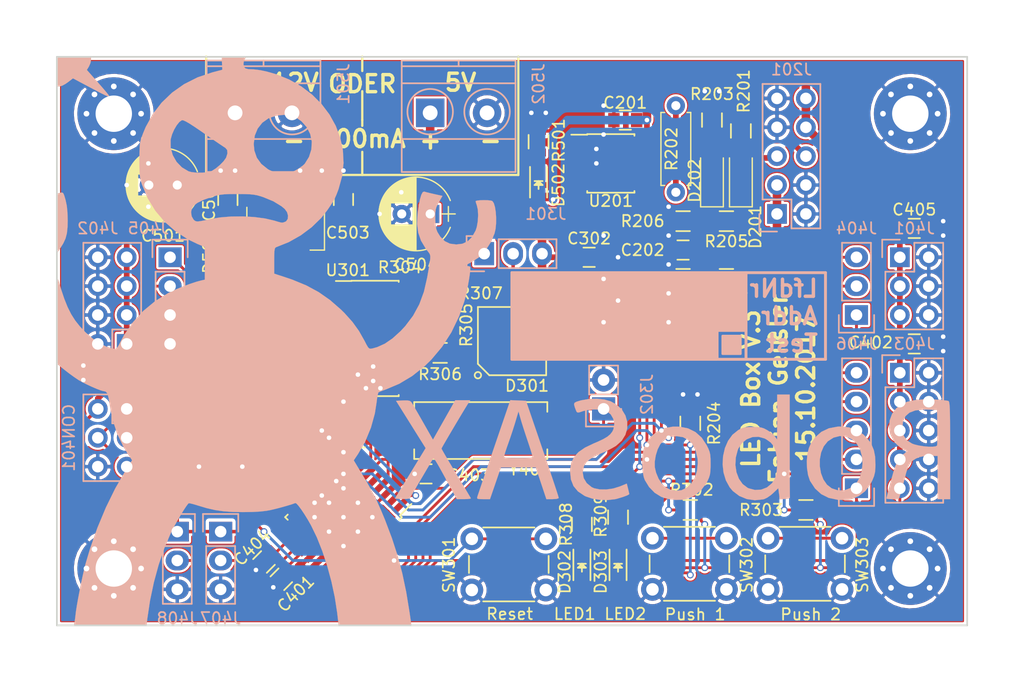
<source format=kicad_pcb>
(kicad_pcb (version 4) (host pcbnew 4.0.7)
  (title_block (title "RoboSAX LED Box") (company "Fabian Geißler") (comment 1 Prototyp) (comment 2 "Version 3"))
  (layers (0 F.Cu signal) (31 B.Cu signal hide) (34 B.Paste user hide) (35 F.Paste user hide) (36 B.SilkS user hide) (37 F.SilkS user hide) (38 B.Mask user hide) (39 F.Mask user hide) (44 Edge.Cuts user))
  (net 0 "")
  (net 1 +5V)
  (net 2 GND)
  (net 3 /Bus/AIN0)
  (net 4 /Bus/AIN1)
  (net 5 "Net-(C401-Pad2)")
  (net 6 /Controller/XTAL1)
  (net 7 /Controller/XTAL2)
  (net 8 +12V)
  (net 9 /Controller/MISO)
  (net 10 /Controller/SCK)
  (net 11 /Controller/MOSI)
  (net 12 /Controller/~RESET)
  (net 13 "Net-(D201-Pad1)")
  (net 14 /Bus/COMM_A)
  (net 15 /Bus/COMM_B)
  (net 16 "Net-(D301-Pad6)")
  (net 17 "Net-(D301-Pad5)")
  (net 18 "Net-(D301-Pad2)")
  (net 19 /Controller/LED1)
  (net 20 /Controller/LED2)
  (net 21 /Interface/IR_LED_DRV)
  (net 22 /Controller/BTN)
  (net 23 /Bus/RX)
  (net 24 /Bus/TX)
  (net 25 /Controller/PD2)
  (net 26 /Controller/PB0)
  (net 27 /Controller/PB3)
  (net 28 /Controller/PB4)
  (net 29 /Controller/PB5)
  (net 30 /Controller/PUSH1)
  (net 31 /Controller/PUSH2)
  (net 32 /Controller/ADC6)
  (net 33 /Controller/ADC7)
  (net 34 /Bus/TX_EN)
  (net 35 "Net-(R304-Pad2)")
  (net 36 "Net-(R305-Pad2)")
  (net 37 "Net-(R306-Pad2)")
  (net 38 "Net-(R307-Pad2)")
  (net 39 /Controller/LED_IR)
  (net 40 /Controller/PWM_R)
  (net 41 /Controller/PWM_G)
  (net 42 /Controller/PWM_B)
  (net 43 "Net-(U301-Pad9)")
  (net 44 "Net-(D302-Pad1)")
  (net 45 "Net-(D303-Pad1)")
  (net 46 /Controller/PC1)
  (net 47 "Net-(D502-Pad1)")
  (module Vias:VIA-10-05 (layer F.Cu) (at 138.43 104.14)
    (fp_text reference REF** hide)
    (fp_text value VIA-10-05 hide)
    (pad 1 thru_hole circle (at 0 0) (size 0.6 0.6) (drill 0.4) (layers *.Cu) (net 2 GND))
  )
  (module Vias:VIA-10-05 (layer F.Cu) (at 137.795 102.235)
    (fp_text reference REF** hide)
    (fp_text value VIA-10-05 hide)
    (pad 1 thru_hole circle (at 0 0) (size 0.6 0.6) (drill 0.4) (layers *.Cu) (net 2 GND))
  )
  (module Vias:VIA-10-05 (layer F.Cu) (at 137.795 103.505)
    (fp_text reference REF** hide)
    (fp_text value VIA-10-05 hide)
    (pad 1 thru_hole circle (at 0 0) (size 0.6 0.6) (drill 0.4) (layers *.Cu) (net 2 GND))
  )
  (module Vias:VIA-10-05 (layer F.Cu) (at 118.04 88.18)
    (fp_text reference REF** hide)
    (fp_text value VIA-10-05 hide)
    (pad 1 thru_hole circle (at 0 0) (size 0.6 0.6) (drill 0.4) (layers *.Cu) (net 2 GND))
  )
  (module LOGO (layer F.Cu) (at 128.27 101.346)
    (fp_text reference G*** hide)
    (fp_text value LOGO hide)
  )
  (module LOGO (layer B.Cu) (at 150 100 180)
    (fp_text reference G*** hide)
    (fp_text value LOGO hide)
  )
  (module Vias:VIA-10-05 (layer F.Cu) (at 112.325 102.15)
    (fp_text reference REF** hide)
    (fp_text value VIA-10-05 hide)
    (pad 1 thru_hole circle (at 0 0) (size 0.6 0.6) (drill 0.4) (layers *.Cu) (net 2 GND))
  )
  (module Vias:VIA-10-05 (layer F.Cu) (at 112.325 103.42)
    (fp_text reference REF** hide)
    (fp_text value VIA-10-05 hide)
    (pad 1 thru_hole circle (at 0 0) (size 0.6 0.6) (drill 0.4) (layers *.Cu) (net 2 GND))
  )
  (module Vias:VIA-10-05 (layer F.Cu) (at 166.3 104.69)
    (fp_text reference REF** hide)
    (fp_text value VIA-10-05 hide)
    (pad 1 thru_hole circle (at 0 0) (size 0.6 0.6) (drill 0.4) (layers *.Cu) (net 2 GND))
  )
  (module Vias:VIA-10-05 (layer F.Cu) (at 165.03 104.69)
    (fp_text reference REF** hide)
    (fp_text value VIA-10-05 hide)
    (pad 1 thru_hole circle (at 0 0) (size 0.6 0.6) (drill 0.4) (layers *.Cu) (net 2 GND))
  )
  (module Vias:VIA-10-05 (layer F.Cu) (at 187.89 100.88)
    (fp_text reference REF** hide)
    (fp_text value VIA-10-05 hide)
    (pad 1 thru_hole circle (at 0 0) (size 0.6 0.6) (drill 0.4) (layers *.Cu) (net 2 GND))
  )
  (module Vias:VIA-10-05 (layer F.Cu) (at 187.89 99.61)
    (fp_text reference REF** hide)
    (fp_text value VIA-10-05 hide)
    (pad 1 thru_hole circle (at 0 0) (size 0.6 0.6) (drill 0.4) (layers *.Cu) (net 2 GND))
  )
  (module Vias:VIA-10-05 (layer F.Cu) (at 187.89 90.72)
    (fp_text reference REF** hide)
    (fp_text value VIA-10-05 hide)
    (pad 1 thru_hole circle (at 0 0) (size 0.6 0.6) (drill 0.4) (layers *.Cu) (net 2 GND))
  )
  (module Vias:VIA-10-05 (layer F.Cu) (at 187.89 89.45)
    (fp_text reference REF** hide)
    (fp_text value VIA-10-05 hide)
    (pad 1 thru_hole circle (at 0 0) (size 0.6 0.6) (drill 0.4) (layers *.Cu) (net 2 GND))
  )
  (module Vias:VIA-10-05 (layer F.Cu) (at 163.76 88.18)
    (fp_text reference REF** hide)
    (fp_text value VIA-10-05 hide)
    (pad 1 thru_hole circle (at 0 0) (size 0.6 0.6) (drill 0.4) (layers *.Cu) (net 2 GND))
  )
  (module Vias:VIA-10-05 (layer F.Cu) (at 163.76 90.72)
    (fp_text reference REF** hide)
    (fp_text value VIA-10-05 hide)
    (pad 1 thru_hole circle (at 0 0) (size 0.6 0.6) (drill 0.4) (layers *.Cu) (net 2 GND))
  )
  (module Vias:VIA-10-05 (layer F.Cu) (at 163.76 93.26)
    (fp_text reference REF** hide)
    (fp_text value VIA-10-05 hide)
    (pad 1 thru_hole circle (at 0 0) (size 0.6 0.6) (drill 0.4) (layers *.Cu) (net 2 GND))
  )
  (module Vias:VIA-10-05 (layer F.Cu) (at 163.76 95.8)
    (fp_text reference REF** hide)
    (fp_text value VIA-10-05 hide)
    (pad 1 thru_hole circle (at 0 0) (size 0.6 0.6) (drill 0.4) (layers *.Cu) (net 2 GND))
  )
  (module Vias:VIA-10-05 (layer F.Cu) (at 163.76 98.34)
    (fp_text reference REF** hide)
    (fp_text value VIA-10-05 hide)
    (pad 1 thru_hole circle (at 0 0) (size 0.6 0.6) (drill 0.4) (layers *.Cu) (net 2 GND))
  )
  (module Vias:VIA-10-05 (layer F.Cu) (at 168.205 78.02)
    (fp_text reference REF** hide)
    (fp_text value VIA-10-05 hide)
    (pad 1 thru_hole circle (at 0 0) (size 0.6 0.6) (drill 0.4) (layers *.Cu) (net 2 GND))
  )
  (module Vias:VIA-10-05 (layer F.Cu) (at 166.935 78.02)
    (fp_text reference REF** hide)
    (fp_text value VIA-10-05 hide)
    (pad 1 thru_hole circle (at 0 0) (size 0.6 0.6) (drill 0.4) (layers *.Cu) (net 2 GND))
  )
  (module Vias:VIA-10-05 (layer F.Cu) (at 158.045 79.29)
    (fp_text reference REF** hide)
    (fp_text value VIA-10-05 hide)
    (pad 1 thru_hole circle (at 0 0) (size 0.6 0.6) (drill 0.4) (layers *.Cu) (net 2 GND))
  )
  (module Vias:VIA-10-05 (layer F.Cu) (at 158.045 81.83)
    (fp_text reference REF** hide)
    (fp_text value VIA-10-05 hide)
    (pad 1 thru_hole circle (at 0 0) (size 0.6 0.6) (drill 0.4) (layers *.Cu) (net 2 GND))
  )
  (module Vias:VIA-10-05 (layer F.Cu) (at 152.965 79.925)
    (fp_text reference REF** hide)
    (fp_text value VIA-10-05 hide)
    (pad 1 thru_hole circle (at 0 0) (size 0.6 0.6) (drill 0.4) (layers *.Cu) (net 2 GND))
  )
  (module Vias:VIA-10-05 (layer F.Cu) (at 151.695 79.925)
    (fp_text reference REF** hide)
    (fp_text value VIA-10-05 hide)
    (pad 1 thru_hole circle (at 0 0) (size 0.6 0.6) (drill 0.4) (layers *.Cu) (net 2 GND))
  )
  (module Vias:VIA-10-05 (layer F.Cu) (at 157.41 83.1)
    (fp_text reference REF** hide)
    (fp_text value VIA-10-05 hide)
    (pad 1 thru_hole circle (at 0 0) (size 0.6 0.6) (drill 0.4) (layers *.Cu) (net 2 GND))
  )
  (module Vias:VIA-10-05 (layer F.Cu) (at 157.41 84.37)
    (fp_text reference REF** hide)
    (fp_text value VIA-10-05 hide)
    (pad 1 thru_hole circle (at 0 0) (size 0.6 0.6) (drill 0.4) (layers *.Cu) (net 2 GND))
  )
  (module Vias:VIA-10-05 (layer F.Cu) (at 158.045 90.72)
    (fp_text reference REF** hide)
    (fp_text value VIA-10-05 hide)
    (pad 1 thru_hole circle (at 0 0) (size 0.6 0.6) (drill 0.4) (layers *.Cu) (net 2 GND))
  )
  (module Vias:VIA-10-05 (layer F.Cu) (at 158.045 98.34)
    (fp_text reference REF** hide)
    (fp_text value VIA-10-05 hide)
    (pad 1 thru_hole circle (at 0 0) (size 0.6 0.6) (drill 0.4) (layers *.Cu) (net 2 GND))
  )
  (module Vias:VIA-10-05 (layer F.Cu) (at 158.045 94.53)
    (fp_text reference REF** hide)
    (fp_text value VIA-10-05 hide)
    (pad 1 thru_hole circle (at 0 0) (size 0.6 0.6) (drill 0.4) (layers *.Cu) (net 2 GND))
  )
  (module Vias:VIA-10-05 (layer F.Cu) (at 159.315 96.435)
    (fp_text reference REF** hide)
    (fp_text value VIA-10-05 hide)
    (pad 1 thru_hole circle (at 0 0) (size 0.6 0.6) (drill 0.4) (layers *.Cu) (net 2 GND))
  )
  (module Vias:VIA-10-05 (layer F.Cu) (at 159.315 92.625)
    (fp_text reference REF** hide)
    (fp_text value VIA-10-05 hide)
    (pad 1 thru_hole circle (at 0 0) (size 0.6 0.6) (drill 0.4) (layers *.Cu) (net 2 GND))
  )
  (module Vias:VIA-10-05 (layer F.Cu) (at 141.44 111.675)
    (fp_text reference REF** hide)
    (fp_text value VIA-10-05 hide)
    (pad 1 thru_hole circle (at 0 0) (size 0.6 0.6) (drill 0.4) (layers *.Cu) (net 2 GND))
  )
  (module Vias:VIA-10-05 (layer F.Cu) (at 129.016893 121.653107)
    (fp_text reference REF** hide)
    (fp_text value VIA-10-05 hide)
    (pad 1 thru_hole circle (at 0 0) (size 0.6 0.6) (drill 0.4) (layers *.Cu) (net 2 GND))
  )
  (module Vias:VIA-10-05 (layer F.Cu) (at 127.492893 120.129107)
    (fp_text reference REF** hide)
    (fp_text value VIA-10-05 hide)
    (pad 1 thru_hole circle (at 0 0) (size 0.6 0.6) (drill 0.4) (layers *.Cu) (net 2 GND))
  )
  (module Vias:VIA-10-05 (layer F.Cu) (at 140.265 86.91)
    (fp_text reference REF** hide)
    (fp_text value VIA-10-05 hide)
    (pad 1 thru_hole circle (at 0 0) (size 0.6 0.6) (drill 0.4) (layers *.Cu) (net 2 GND))
  )
  (module Vias:VIA-10-05 (layer F.Cu) (at 125.66 85.005)
    (fp_text reference REF** hide)
    (fp_text value VIA-10-05 hide)
    (pad 1 thru_hole circle (at 0 0) (size 0.6 0.6) (drill 0.4) (layers *.Cu) (net 2 GND))
  )
  (module Vias:VIA-10-05 (layer F.Cu) (at 124.39 85.005)
    (fp_text reference REF** hide)
    (fp_text value VIA-10-05 hide)
    (pad 1 thru_hole circle (at 0 0) (size 0.6 0.6) (drill 0.4) (layers *.Cu) (net 2 GND))
  )
  (module Vias:VIA-10-05 (layer F.Cu) (at 135.185 85.005)
    (fp_text reference REF** hide)
    (fp_text value VIA-10-05 hide)
    (pad 1 thru_hole circle (at 0 0) (size 0.6 0.6) (drill 0.4) (layers *.Cu) (net 2 GND))
  )
  (module Vias:VIA-10-05 (layer F.Cu) (at 133.28 85.005)
    (fp_text reference REF** hide)
    (fp_text value VIA-10-05 hide)
    (pad 1 thru_hole circle (at 0 0) (size 0.6 0.6) (drill 0.4) (layers *.Cu) (net 2 GND))
  )
  (module Vias:VIA-10-05 (layer F.Cu) (at 131.375 85.005)
    (fp_text reference REF** hide)
    (fp_text value VIA-10-05 hide)
    (pad 1 thru_hole circle (at 0 0) (size 0.6 0.6) (drill 0.4) (layers *.Cu) (net 2 GND))
  )
  (module Vias:VIA-10-05 (layer F.Cu) (at 138.36 88.815)
    (fp_text reference REF** hide)
    (fp_text value VIA-10-05 hide)
    (pad 1 thru_hole circle (at 0 0) (size 0.6 0.6) (drill 0.4) (layers *.Cu) (net 2 GND))
  )
  (module Vias:VIA-10-05 (layer F.Cu) (at 116.135 86.275)
    (fp_text reference REF** hide)
    (fp_text value VIA-10-05 hide)
    (pad 1 thru_hole circle (at 0 0) (size 0.6 0.6) (drill 0.4) (layers *.Cu) (net 2 GND))
  )
  (module Vias:VIA-10-05 (layer F.Cu) (at 118.04 84.37)
    (fp_text reference REF** hide)
    (fp_text value VIA-10-05 hide)
    (pad 1 thru_hole circle (at 0 0) (size 0.6 0.6) (drill 0.4) (layers *.Cu) (net 2 GND))
  )
  (module Vias:VIA-10-05 (layer F.Cu) (at 137.16 104.14)
    (fp_text reference REF** hide)
    (fp_text value VIA-10-05 hide)
    (pad 1 thru_hole circle (at 0 0) (size 0.6 0.6) (drill 0.4) (layers *.Cu) (net 2 GND))
  )
  (module Vias:VIA-10-05 (layer F.Cu) (at 135.185 112.945)
    (fp_text reference REF** hide)
    (fp_text value VIA-10-05 hide)
    (pad 1 thru_hole circle (at 0 0) (size 0.6 0.6) (drill 0.4) (layers *.Cu) (net 2 GND))
  )
  (module Vias:VIA-10-05 (layer F.Cu) (at 135.185 105.325)
    (fp_text reference REF** hide)
    (fp_text value VIA-10-05 hide)
    (pad 1 thru_hole circle (at 0 0) (size 0.6 0.6) (drill 0.4) (layers *.Cu) (net 2 GND))
  )
  (module Vias:VIA-10-05 (layer F.Cu) (at 135.185 109.77)
    (fp_text reference REF** hide)
    (fp_text value VIA-10-05 hide)
    (pad 1 thru_hole circle (at 0 0) (size 0.6 0.6) (drill 0.4) (layers *.Cu) (net 2 GND))
  )
  (module Vias:VIA-10-05 (layer F.Cu) (at 133.915 114.215)
    (fp_text reference REF** hide)
    (fp_text value VIA-10-05 hide)
    (pad 1 thru_hole circle (at 0 0) (size 0.6 0.6) (drill 0.4) (layers *.Cu) (net 2 GND))
  )
  (module Vias:VIA-10-05 (layer F.Cu) (at 136.455 114.215)
    (fp_text reference REF** hide)
    (fp_text value VIA-10-05 hide)
    (pad 1 thru_hole circle (at 0 0) (size 0.6 0.6) (drill 0.4) (layers *.Cu) (net 2 GND))
  )
  (module Vias:VIA-10-05 (layer F.Cu) (at 136.455 116.755)
    (fp_text reference REF** hide)
    (fp_text value VIA-10-05 hide)
    (pad 1 thru_hole circle (at 0 0) (size 0.6 0.6) (drill 0.4) (layers *.Cu) (net 2 GND))
  )
  (module Vias:VIA-10-05 (layer F.Cu) (at 133.915 116.755)
    (fp_text reference REF** hide)
    (fp_text value VIA-10-05 hide)
    (pad 1 thru_hole circle (at 0 0) (size 0.6 0.6) (drill 0.4) (layers *.Cu) (net 2 GND))
  )
  (module Vias:VIA-10-05 (layer F.Cu) (at 135.185 118.025)
    (fp_text reference REF** hide)
    (fp_text value VIA-10-05 hide)
    (pad 1 thru_hole circle (at 0 0) (size 0.6 0.6) (drill 0.4) (layers *.Cu) (net 2 GND))
  )
  (module Vias:VIA-10-05 (layer F.Cu) (at 137.725 115.485)
    (fp_text reference REF** hide)
    (fp_text value VIA-10-05 hide)
    (pad 1 thru_hole circle (at 0 0) (size 0.6 0.6) (drill 0.4) (layers *.Cu) (net 2 GND))
  )
  (module Vias:VIA-10-05 (layer F.Cu) (at 132.645 115.485)
    (fp_text reference REF** hide)
    (fp_text value VIA-10-05 hide)
    (pad 1 thru_hole circle (at 0 0) (size 0.6 0.6) (drill 0.4) (layers *.Cu) (net 2 GND))
  )
  (module Fiducials:Fiducial_1mm_Dia_2.54mm_Outer_CopperTop (layer F.Cu) (at 115 115)
    (fp_text reference REF** hide)
    (fp_text value Fiducial_1mm_Dia_2.54mm_Outer_CopperTop hide)
    (pad ~ smd circle (at 0 0) (size 1 1) (layers F.Cu F.Paste F.Mask) (clearance 0.77))
  )
  (module Fiducials:Fiducial_1mm_Dia_2.54mm_Outer_CopperTop (layer F.Cu) (at 185 85)
    (fp_text reference REF** hide)
    (fp_text value Fiducial_1mm_Dia_2.54mm_Outer_CopperTop hide)
    (pad ~ smd circle (at 0 0) (size 1 1) (layers F.Cu F.Paste F.Mask) (clearance 0.77))
  )
  (module Mounting_Holes:MountingHole_3.2mm_M3_Pad_Via (layer F.Cu) (at 115 80)
    (fp_text reference REF** hide)
    (fp_text value MountingHole_3.2mm_M3_Pad_Via hide)
    (pad 1 thru_hole circle (at 0 0) (size 6.4 6.4) (drill 3.2) (layers *.Cu *.Mask) (net 2 GND))
    (pad "" thru_hole circle (at 2.4 0) (size 0.6 0.6) (drill 0.5) (layers *.Cu *.Mask))
    (pad "" thru_hole circle (at 1.697056 1.697056) (size 0.6 0.6) (drill 0.5) (layers *.Cu *.Mask))
    (pad "" thru_hole circle (at 0 2.4) (size 0.6 0.6) (drill 0.5) (layers *.Cu *.Mask))
    (pad "" thru_hole circle (at -1.697056 1.697056) (size 0.6 0.6) (drill 0.5) (layers *.Cu *.Mask))
    (pad "" thru_hole circle (at -2.4 0) (size 0.6 0.6) (drill 0.5) (layers *.Cu *.Mask))
    (pad "" thru_hole circle (at -1.697056 -1.697056) (size 0.6 0.6) (drill 0.5) (layers *.Cu *.Mask))
    (pad "" thru_hole circle (at 0 -2.4) (size 0.6 0.6) (drill 0.5) (layers *.Cu *.Mask))
    (pad "" thru_hole circle (at 1.697056 -1.697056) (size 0.6 0.6) (drill 0.5) (layers *.Cu *.Mask))
  )
  (module Mounting_Holes:MountingHole_3.2mm_M3_Pad_Via (layer F.Cu) (at 115 120)
    (fp_text reference REF** hide)
    (fp_text value MountingHole_3.2mm_M3_Pad_Via hide)
    (pad 1 thru_hole circle (at 0 0) (size 6.4 6.4) (drill 3.2) (layers *.Cu *.Mask) (net 2 GND))
    (pad "" thru_hole circle (at 2.4 0) (size 0.6 0.6) (drill 0.5) (layers *.Cu *.Mask))
    (pad "" thru_hole circle (at 1.697056 1.697056) (size 0.6 0.6) (drill 0.5) (layers *.Cu *.Mask))
    (pad "" thru_hole circle (at 0 2.4) (size 0.6 0.6) (drill 0.5) (layers *.Cu *.Mask))
    (pad "" thru_hole circle (at -1.697056 1.697056) (size 0.6 0.6) (drill 0.5) (layers *.Cu *.Mask))
    (pad "" thru_hole circle (at -2.4 0) (size 0.6 0.6) (drill 0.5) (layers *.Cu *.Mask))
    (pad "" thru_hole circle (at -1.697056 -1.697056) (size 0.6 0.6) (drill 0.5) (layers *.Cu *.Mask))
    (pad "" thru_hole circle (at 0 -2.4) (size 0.6 0.6) (drill 0.5) (layers *.Cu *.Mask))
    (pad "" thru_hole circle (at 1.697056 -1.697056) (size 0.6 0.6) (drill 0.5) (layers *.Cu *.Mask))
  )
  (module Mounting_Holes:MountingHole_3.2mm_M3_Pad_Via (layer F.Cu) (at 185 120)
    (fp_text reference REF** hide)
    (fp_text value MountingHole_3.2mm_M3_Pad_Via hide)
    (pad 1 thru_hole circle (at 0 0) (size 6.4 6.4) (drill 3.2) (layers *.Cu *.Mask) (net 2 GND))
    (pad "" thru_hole circle (at 2.4 0) (size 0.6 0.6) (drill 0.5) (layers *.Cu *.Mask))
    (pad "" thru_hole circle (at 1.697056 1.697056) (size 0.6 0.6) (drill 0.5) (layers *.Cu *.Mask))
    (pad "" thru_hole circle (at 0 2.4) (size 0.6 0.6) (drill 0.5) (layers *.Cu *.Mask))
    (pad "" thru_hole circle (at -1.697056 1.697056) (size 0.6 0.6) (drill 0.5) (layers *.Cu *.Mask))
    (pad "" thru_hole circle (at -2.4 0) (size 0.6 0.6) (drill 0.5) (layers *.Cu *.Mask))
    (pad "" thru_hole circle (at -1.697056 -1.697056) (size 0.6 0.6) (drill 0.5) (layers *.Cu *.Mask))
    (pad "" thru_hole circle (at 0 -2.4) (size 0.6 0.6) (drill 0.5) (layers *.Cu *.Mask))
    (pad "" thru_hole circle (at 1.697056 -1.697056) (size 0.6 0.6) (drill 0.5) (layers *.Cu *.Mask))
  )
  (module Pin_Headers:Pin_Header_Straight_2x03 (layer B.Cu) (at 116.135 105.96 180)
    (fp_text reference CON401 (at 5.08 -2.54 270) (layer B.SilkS) (effects (justify mirror)))
    (fp_text value AVR_ISP)
    (pad 1 thru_hole rect (at 0 0 180) (size 1.7272 1.7272) (drill 1.016) (layers *.Cu *.Mask) (net 9 /Controller/MISO))
    (pad 2 thru_hole oval (at 2.54 0 180) (size 1.7272 1.7272) (drill 1.016) (layers *.Cu *.Mask) (net 1 +5V))
    (pad 3 thru_hole oval (at 0 -2.54 180) (size 1.7272 1.7272) (drill 1.016) (layers *.Cu *.Mask) (net 10 /Controller/SCK))
    (pad 4 thru_hole oval (at 2.54 -2.54 180) (size 1.7272 1.7272) (drill 1.016) (layers *.Cu *.Mask) (net 11 /Controller/MOSI))
    (pad 5 thru_hole oval (at 0 -5.08 180) (size 1.7272 1.7272) (drill 1.016) (layers *.Cu *.Mask) (net 12 /Controller/~RESET))
    (pad 6 thru_hole oval (at 2.54 -5.08 180) (size 1.7272 1.7272) (drill 1.016) (layers *.Cu *.Mask) (net 2 GND))
  )
  (module Diodes_SMD:D_MiniMELF (layer F.Cu) (at 170.11 85.64 90)
    (fp_text reference D201 (at -4.318 1.27 270) (layer F.SilkS))
    (fp_text value 1N4148)
    (pad 1 smd rect (at -1.75 0 90) (size 1.3 1.7) (layers F.Cu F.Paste F.Mask) (net 13 "Net-(D201-Pad1)"))
    (pad 2 smd rect (at 1.75 0 90) (size 1.3 1.7) (layers F.Cu F.Paste F.Mask) (net 14 /Bus/COMM_A))
  )
  (module Diodes_SMD:D_MiniMELF (layer F.Cu) (at 167.57 85.64 90)
    (fp_text reference D202 (at -0.254 -1.524 90) (layer F.SilkS))
    (fp_text value 1N4148)
    (pad 1 smd rect (at -1.75 0 90) (size 1.3 1.7) (layers F.Cu F.Paste F.Mask) (net 13 "Net-(D201-Pad1)"))
    (pad 2 smd rect (at 1.75 0 90) (size 1.3 1.7) (layers F.Cu F.Paste F.Mask) (net 15 /Bus/COMM_B))
  )
  (module ledbox-newfootprints:LED-6-BIG (layer F.Cu) (at 150 100)
    (fp_text reference D301 (at 1.314 3.928) (layer F.SilkS))
    (fp_text value LRTBG6TG)
    (pad 3 smd rect (at 2.65 2.7) (size 4 4) (layers F.Cu) (net 1 +5V))
    (pad 1 smd rect (at -2.65 2.7) (size 4 4) (layers F.Cu) (net 1 +5V))
    (pad 4 smd rect (at 2.65 -2.7) (size 4 4) (layers F.Cu) (net 1 +5V))
    (pad 6 smd rect (at -2.65 -2.7) (size 4 4) (layers F.Cu) (net 16 "Net-(D301-Pad6)"))
    (pad 5 smd rect (at 0 -2.7) (size 0.6 4) (layers F.Cu) (net 17 "Net-(D301-Pad5)"))
    (pad 2 smd rect (at 0 2.7) (size 0.6 4) (layers F.Cu) (net 18 "Net-(D301-Pad2)"))
    (pad 1 smd rect (at -1.05 1.5) (size 0.8 1.6) (layers F.Cu F.Paste F.Mask) (net 1 +5V))
    (pad 4 smd rect (at 1.05 -1.5) (size 0.8 1.6) (layers F.Cu F.Paste F.Mask) (net 1 +5V))
    (pad 3 smd rect (at 1.05 1.5) (size 0.8 1.6) (layers F.Cu F.Paste F.Mask) (net 1 +5V))
    (pad 6 smd rect (at -1.05 -1.5) (size 0.8 1.6) (layers F.Cu F.Paste F.Mask) (net 16 "Net-(D301-Pad6)"))
    (pad 5 smd rect (at 0 -1.5) (size 0.6 1.6) (layers F.Cu F.Paste F.Mask) (net 17 "Net-(D301-Pad5)"))
    (pad 2 smd rect (at 0 1.5) (size 0.6 1.6) (layers F.Cu F.Paste F.Mask) (net 18 "Net-(D301-Pad2)"))
  )
  (module Diodes_SMD:D_MiniMELF (layer F.Cu) (at 125.025 92.145 270)
    (fp_text reference D501 (at 0 1.651 270) (layer F.SilkS))
    (fp_text value 1N4148)
    (pad 1 smd rect (at -1.75 0 270) (size 1.3 1.7) (layers F.Cu F.Paste F.Mask) (net 8 +12V))
    (pad 2 smd rect (at 1.75 0 270) (size 1.3 1.7) (layers F.Cu F.Paste F.Mask) (net 1 +5V))
  )
  (module Pin_Headers:Pin_Header_Straight_2x05 (layer B.Cu) (at 173.285 88.815)
    (fp_text reference J201 (at 1.27 -12.7 180) (layer B.SilkS) (effects (justify mirror)))
    (fp_text value Bus)
    (pad 1 thru_hole rect (at 0 0) (size 1.7272 1.7272) (drill 1.016) (layers *.Cu *.Mask) (net 1 +5V))
    (pad 2 thru_hole oval (at 2.54 0) (size 1.7272 1.7272) (drill 1.016) (layers *.Cu *.Mask) (net 2 GND))
    (pad 3 thru_hole oval (at 0 -2.54) (size 1.7272 1.7272) (drill 1.016) (layers *.Cu *.Mask) (net 1 +5V))
    (pad 4 thru_hole oval (at 2.54 -2.54) (size 1.7272 1.7272) (drill 1.016) (layers *.Cu *.Mask) (net 2 GND))
    (pad 5 thru_hole oval (at 0 -5.08) (size 1.7272 1.7272) (drill 1.016) (layers *.Cu *.Mask) (net 14 /Bus/COMM_A))
    (pad 6 thru_hole oval (at 2.54 -5.08) (size 1.7272 1.7272) (drill 1.016) (layers *.Cu *.Mask) (net 15 /Bus/COMM_B))
    (pad 7 thru_hole oval (at 0 -7.62) (size 1.7272 1.7272) (drill 1.016) (layers *.Cu *.Mask) (net 2 GND))
    (pad 8 thru_hole oval (at 2.54 -7.62) (size 1.7272 1.7272) (drill 1.016) (layers *.Cu *.Mask) (net 1 +5V))
    (pad 9 thru_hole oval (at 0 -10.16) (size 1.7272 1.7272) (drill 1.016) (layers *.Cu *.Mask) (net 2 GND))
    (pad 10 thru_hole oval (at 2.54 -10.16) (size 1.7272 1.7272) (drill 1.016) (layers *.Cu *.Mask) (net 1 +5V))
  )
  (module Pin_Headers:Pin_Header_Straight_1x03 (layer B.Cu) (at 147.555 92.31 270)
    (fp_text reference J301 (at -3.495 -5.41 360) (layer B.SilkS) (effects (justify mirror)))
    (fp_text value "IR LED")
    (pad 1 thru_hole rect (at 0 0 270) (size 2.032 1.7272) (drill 1.016) (layers *.Cu *.Mask) (net 1 +5V))
    (pad 2 thru_hole oval (at 0 -2.54 270) (size 2.032 1.7272) (drill 1.016) (layers *.Cu *.Mask) (net 21 /Interface/IR_LED_DRV))
    (pad 3 thru_hole oval (at 0 -5.08 270) (size 2.032 1.7272) (drill 1.016) (layers *.Cu *.Mask) (net 1 +5V))
  )
  (module Pin_Headers:Pin_Header_Straight_1x02 (layer B.Cu) (at 158.045 105.96)
    (fp_text reference J302 (at 3.81 -1.27 90) (layer B.SilkS) (effects (justify mirror)))
    (fp_text value Button)
    (pad 1 thru_hole rect (at 0 0) (size 2.032 2.032) (drill 1.016) (layers *.Cu *.Mask) (net 22 /Controller/BTN))
    (pad 2 thru_hole oval (at 0 -2.54) (size 2.032 2.032) (drill 1.016) (layers *.Cu *.Mask) (net 2 GND))
  )
  (module Socket_Strips:Socket_Strip_Straight_2x03 (layer B.Cu) (at 184.08 92.625 270)
    (fp_text reference J401 (at -2.54 -1.27 360) (layer B.SilkS) (effects (justify mirror)))
    (fp_text value Power)
    (pad 1 thru_hole rect (at 0 0 270) (size 1.7272 1.7272) (drill 1.016) (layers *.Cu *.Mask) (net 1 +5V))
    (pad 2 thru_hole oval (at 0 -2.54 270) (size 1.7272 1.7272) (drill 1.016) (layers *.Cu *.Mask) (net 2 GND))
    (pad 3 thru_hole oval (at 2.54 0 270) (size 1.7272 1.7272) (drill 1.016) (layers *.Cu *.Mask) (net 1 +5V))
    (pad 4 thru_hole oval (at 2.54 -2.54 270) (size 1.7272 1.7272) (drill 1.016) (layers *.Cu *.Mask) (net 2 GND))
    (pad 5 thru_hole oval (at 5.08 0 270) (size 1.7272 1.7272) (drill 1.016) (layers *.Cu *.Mask) (net 1 +5V))
    (pad 6 thru_hole oval (at 5.08 -2.54 270) (size 1.7272 1.7272) (drill 1.016) (layers *.Cu *.Mask) (net 2 GND))
  )
  (module Socket_Strips:Socket_Strip_Straight_2x04 (layer B.Cu) (at 116.135 100.245 90)
    (fp_text reference J402 (at 10.16 -2.54 180) (layer B.SilkS) (effects (justify mirror)))
    (fp_text value Power)
    (pad 1 thru_hole rect (at 0 0 90) (size 1.7272 1.7272) (drill 1.016) (layers *.Cu *.Mask) (net 1 +5V))
    (pad 2 thru_hole oval (at 0 -2.54 90) (size 1.7272 1.7272) (drill 1.016) (layers *.Cu *.Mask) (net 2 GND))
    (pad 3 thru_hole oval (at 2.54 0 90) (size 1.7272 1.7272) (drill 1.016) (layers *.Cu *.Mask) (net 1 +5V))
    (pad 4 thru_hole oval (at 2.54 -2.54 90) (size 1.7272 1.7272) (drill 1.016) (layers *.Cu *.Mask) (net 2 GND))
    (pad 5 thru_hole oval (at 5.08 0 90) (size 1.7272 1.7272) (drill 1.016) (layers *.Cu *.Mask) (net 1 +5V))
    (pad 6 thru_hole oval (at 5.08 -2.54 90) (size 1.7272 1.7272) (drill 1.016) (layers *.Cu *.Mask) (net 2 GND))
    (pad 7 thru_hole oval (at 7.62 0 90) (size 1.7272 1.7272) (drill 1.016) (layers *.Cu *.Mask) (net 1 +5V))
    (pad 8 thru_hole oval (at 7.62 -2.54 90) (size 1.7272 1.7272) (drill 1.016) (layers *.Cu *.Mask) (net 2 GND))
  )
  (module Socket_Strips:Socket_Strip_Straight_1x03 (layer B.Cu) (at 180.27 97.705 90)
    (fp_text reference J404 (at 7.62 0 180) (layer B.SilkS) (effects (justify mirror)))
    (fp_text value "Port D")
    (pad 1 thru_hole rect (at 0 0 90) (size 1.7272 2.032) (drill 1.016) (layers *.Cu *.Mask) (net 23 /Bus/RX))
    (pad 2 thru_hole oval (at 2.54 0 90) (size 1.7272 2.032) (drill 1.016) (layers *.Cu *.Mask) (net 24 /Bus/TX))
    (pad 3 thru_hole oval (at 5.08 0 90) (size 1.7272 2.032) (drill 1.016) (layers *.Cu *.Mask) (net 25 /Controller/PD2))
  )
  (module Socket_Strips:Socket_Strip_Straight_1x03 (layer B.Cu) (at 124.39 116.755 270)
    (fp_text reference J407 (at 7.62 0 360) (layer B.SilkS) (effects (justify mirror)))
    (fp_text value ADC6)
    (pad 1 thru_hole rect (at 0 0 270) (size 1.7272 2.032) (drill 1.016) (layers *.Cu *.Mask) (net 1 +5V))
    (pad 2 thru_hole oval (at 2.54 0 270) (size 1.7272 2.032) (drill 1.016) (layers *.Cu *.Mask) (net 32 /Controller/ADC6))
    (pad 3 thru_hole oval (at 5.08 0 270) (size 1.7272 2.032) (drill 1.016) (layers *.Cu *.Mask) (net 2 GND))
  )
  (module Socket_Strips:Socket_Strip_Straight_1x03 (layer B.Cu) (at 120.58 116.755 270)
    (fp_text reference J408 (at 7.62 0 360) (layer B.SilkS) (effects (justify mirror)))
    (fp_text value ADC7)
    (pad 1 thru_hole rect (at 0 0 270) (size 1.7272 2.032) (drill 1.016) (layers *.Cu *.Mask) (net 1 +5V))
    (pad 2 thru_hole oval (at 2.54 0 270) (size 1.7272 2.032) (drill 1.016) (layers *.Cu *.Mask) (net 33 /Controller/ADC7))
    (pad 3 thru_hole oval (at 5.08 0 270) (size 1.7272 2.032) (drill 1.016) (layers *.Cu *.Mask) (net 2 GND))
  )
  (module Connectors_Terminal_Blocks:TerminalBlock_Pheonix_MKDS1.5-2pol (layer B.Cu) (at 125.66 79.925)
    (fp_text reference J501 (at 9.525 -2.54 90) (layer B.SilkS) (effects (justify mirror)))
    (fp_text value 6.5V-12V)
    (pad 1 thru_hole rect (at 0 0) (size 2.5 2.5) (drill 1.3) (layers *.Cu *.Mask) (net 8 +12V))
    (pad 2 thru_hole circle (at 5 0) (size 2.5 2.5) (drill 1.3) (layers *.Cu *.Mask) (net 2 GND))
  )
  (module Connectors_Terminal_Blocks:TerminalBlock_Pheonix_MKDS1.5-2pol (layer B.Cu) (at 142.805 79.925)
    (fp_text reference J502 (at 9.525 -2.54 90) (layer B.SilkS) (effects (justify mirror)))
    (fp_text value 5V)
    (pad 1 thru_hole rect (at 0 0) (size 2.5 2.5) (drill 1.3) (layers *.Cu *.Mask) (net 1 +5V))
    (pad 2 thru_hole circle (at 5 0) (size 2.5 2.5) (drill 1.3) (layers *.Cu *.Mask) (net 2 GND))
  )
  (module Buttons_Switches_THT:SW_PUSH_6mm_h5mm (layer F.Cu) (at 146.465 117.39)
    (fp_text reference SW301 (at -2.009 2.286 90) (layer F.SilkS))
    (fp_text value Reset (at 3.325 6.604 180) (layer F.SilkS))
    (pad 2 thru_hole circle (at 0 4.5 90) (size 2 2) (drill 1.1) (layers *.Cu *.Mask) (net 2 GND))
    (pad 1 thru_hole circle (at 0 0 90) (size 2 2) (drill 1.1) (layers *.Cu *.Mask) (net 12 /Controller/~RESET))
    (pad 2 thru_hole circle (at 6.5 4.5 90) (size 2 2) (drill 1.1) (layers *.Cu *.Mask) (net 2 GND))
    (pad 1 thru_hole circle (at 6.5 0 90) (size 2 2) (drill 1.1) (layers *.Cu *.Mask) (net 12 /Controller/~RESET))
  )
  (module Buttons_Switches_THT:SW_PUSH_6mm_h5mm (layer F.Cu) (at 162.34 117.335)
    (fp_text reference SW302 (at 8.278 2.341 90) (layer F.SilkS))
    (fp_text value "Push 1" (at 3.75 6.7) (layer F.SilkS))
    (pad 2 thru_hole circle (at 0 4.5 90) (size 2 2) (drill 1.1) (layers *.Cu *.Mask) (net 2 GND))
    (pad 1 thru_hole circle (at 0 0 90) (size 2 2) (drill 1.1) (layers *.Cu *.Mask) (net 30 /Controller/PUSH1))
    (pad 2 thru_hole circle (at 6.5 4.5 90) (size 2 2) (drill 1.1) (layers *.Cu *.Mask) (net 2 GND))
    (pad 1 thru_hole circle (at 6.5 0 90) (size 2 2) (drill 1.1) (layers *.Cu *.Mask) (net 30 /Controller/PUSH1))
  )
  (module Buttons_Switches_THT:SW_PUSH_6mm_h5mm (layer F.Cu) (at 172.5 117.335)
    (fp_text reference SW303 (at 8.278 2.341 90) (layer F.SilkS))
    (fp_text value "Push 2" (at 3.75 6.7) (layer F.SilkS))
    (pad 2 thru_hole circle (at 0 4.5 90) (size 2 2) (drill 1.1) (layers *.Cu *.Mask) (net 2 GND))
    (pad 1 thru_hole circle (at 0 0 90) (size 2 2) (drill 1.1) (layers *.Cu *.Mask) (net 31 /Controller/PUSH2))
    (pad 2 thru_hole circle (at 6.5 4.5 90) (size 2 2) (drill 1.1) (layers *.Cu *.Mask) (net 2 GND))
    (pad 1 thru_hole circle (at 6.5 0 90) (size 2 2) (drill 1.1) (layers *.Cu *.Mask) (net 31 /Controller/PUSH2))
  )
  (module Housings_SOIC:SOIC-8_3.9x4.9mm_Pitch1.27mm (layer F.Cu) (at 158.68 84.37)
    (fp_text reference U201 (at 0 3.302) (layer F.SilkS))
    (fp_text value ST485C)
    (pad 1 smd rect (at -2.7 -1.905) (size 1.55 0.6) (layers F.Cu F.Paste F.Mask) (net 23 /Bus/RX))
    (pad 2 smd rect (at -2.7 -0.635) (size 1.55 0.6) (layers F.Cu F.Paste F.Mask) (net 2 GND))
    (pad 3 smd rect (at -2.7 0.635) (size 1.55 0.6) (layers F.Cu F.Paste F.Mask) (net 34 /Bus/TX_EN))
    (pad 4 smd rect (at -2.7 1.905) (size 1.55 0.6) (layers F.Cu F.Paste F.Mask) (net 24 /Bus/TX))
    (pad 5 smd rect (at 2.7 1.905) (size 1.55 0.6) (layers F.Cu F.Paste F.Mask) (net 2 GND))
    (pad 6 smd rect (at 2.7 0.635) (size 1.55 0.6) (layers F.Cu F.Paste F.Mask) (net 14 /Bus/COMM_A))
    (pad 7 smd rect (at 2.7 -0.635) (size 1.55 0.6) (layers F.Cu F.Paste F.Mask) (net 15 /Bus/COMM_B))
    (pad 8 smd rect (at 2.7 -1.905) (size 1.55 0.6) (layers F.Cu F.Paste F.Mask) (net 1 +5V))
  )
  (module Housings_SOIC:SOIC-16_3.9x9.9mm_Pitch1.27mm (layer F.Cu) (at 137.965 99.765)
    (fp_text reference U301 (at -2.399 -6) (layer F.SilkS))
    (fp_text value ULN2003)
    (pad 1 smd rect (at -2.7 -4.445) (size 1.5 0.6) (layers F.Cu F.Paste F.Mask) (net 39 /Controller/LED_IR))
    (pad 2 smd rect (at -2.7 -3.175) (size 1.5 0.6) (layers F.Cu F.Paste F.Mask) (net 40 /Controller/PWM_R))
    (pad 3 smd rect (at -2.7 -1.905) (size 1.5 0.6) (layers F.Cu F.Paste F.Mask) (net 40 /Controller/PWM_R))
    (pad 4 smd rect (at -2.7 -0.635) (size 1.5 0.6) (layers F.Cu F.Paste F.Mask) (net 41 /Controller/PWM_G))
    (pad 5 smd rect (at -2.7 0.635) (size 1.5 0.6) (layers F.Cu F.Paste F.Mask) (net 41 /Controller/PWM_G))
    (pad 6 smd rect (at -2.7 1.905) (size 1.5 0.6) (layers F.Cu F.Paste F.Mask) (net 42 /Controller/PWM_B))
    (pad 7 smd rect (at -2.7 3.175) (size 1.5 0.6) (layers F.Cu F.Paste F.Mask) (net 42 /Controller/PWM_B))
    (pad 8 smd rect (at -2.7 4.445) (size 1.5 0.6) (layers F.Cu F.Paste F.Mask) (net 2 GND))
    (pad 9 smd rect (at 2.7 4.445) (size 1.5 0.6) (layers F.Cu F.Paste F.Mask) (net 43 "Net-(U301-Pad9)"))
    (pad 10 smd rect (at 2.7 3.175) (size 1.5 0.6) (layers F.Cu F.Paste F.Mask) (net 38 "Net-(R307-Pad2)"))
    (pad 11 smd rect (at 2.7 1.905) (size 1.5 0.6) (layers F.Cu F.Paste F.Mask) (net 38 "Net-(R307-Pad2)"))
    (pad 12 smd rect (at 2.7 0.635) (size 1.5 0.6) (layers F.Cu F.Paste F.Mask) (net 37 "Net-(R306-Pad2)"))
    (pad 13 smd rect (at 2.7 -0.635) (size 1.5 0.6) (layers F.Cu F.Paste F.Mask) (net 37 "Net-(R306-Pad2)"))
    (pad 14 smd rect (at 2.7 -1.905) (size 1.5 0.6) (layers F.Cu F.Paste F.Mask) (net 36 "Net-(R305-Pad2)"))
    (pad 15 smd rect (at 2.7 -3.175) (size 1.5 0.6) (layers F.Cu F.Paste F.Mask) (net 36 "Net-(R305-Pad2)"))
    (pad 16 smd rect (at 2.7 -4.445) (size 1.5 0.6) (layers F.Cu F.Paste F.Mask) (net 35 "Net-(R304-Pad2)"))
  )
  (module Crystals:Crystal_HC49-SD_SMD (layer F.Cu) (at 147.25 107.865)
    (fp_text reference Y401 (at 4.318 3.429) (layer F.SilkS))
    (fp_text value DNP/20MHz)
    (pad 1 smd rect (at -4.84886 0) (size 5.6007 2.10058) (layers F.Cu F.Paste F.Mask) (net 6 /Controller/XTAL1))
    (pad 2 smd rect (at 4.84886 0) (size 5.6007 2.10058) (layers F.Cu F.Paste F.Mask) (net 7 /Controller/XTAL2))
  )
  (module Housings_QFP:TQFP-32_7x7mm_Pitch0.8mm (layer F.Cu) (at 135.185 115.485 225)
    (fp_text reference U401 (at 1.257236 6.106574 225) (layer F.SilkS))
    (fp_text value ATMEGA88-20AU)
    (pad 1 smd rect (at -4.25 -2.8 225) (size 1.6 0.55) (layers F.Cu F.Paste F.Mask) (net 42 /Controller/PWM_B))
    (pad 2 smd rect (at -4.25 -2 225) (size 1.6 0.55) (layers F.Cu F.Paste F.Mask) (net 22 /Controller/BTN))
    (pad 3 smd rect (at -4.25 -1.2 225) (size 1.6 0.55) (layers F.Cu F.Paste F.Mask) (net 2 GND))
    (pad 4 smd rect (at -4.25 -0.4 225) (size 1.6 0.55) (layers F.Cu F.Paste F.Mask) (net 1 +5V))
    (pad 5 smd rect (at -4.25 0.4 225) (size 1.6 0.55) (layers F.Cu F.Paste F.Mask) (net 2 GND))
    (pad 6 smd rect (at -4.25 1.2 225) (size 1.6 0.55) (layers F.Cu F.Paste F.Mask) (net 1 +5V))
    (pad 7 smd rect (at -4.25 2 225) (size 1.6 0.55) (layers F.Cu F.Paste F.Mask) (net 6 /Controller/XTAL1))
    (pad 8 smd rect (at -4.25 2.8 225) (size 1.6 0.55) (layers F.Cu F.Paste F.Mask) (net 7 /Controller/XTAL2))
    (pad 9 smd rect (at -2.8 4.25 315) (size 1.6 0.55) (layers F.Cu F.Paste F.Mask) (net 39 /Controller/LED_IR))
    (pad 10 smd rect (at -2 4.25 315) (size 1.6 0.55) (layers F.Cu F.Paste F.Mask) (net 3 /Bus/AIN0))
    (pad 11 smd rect (at -1.2 4.25 315) (size 1.6 0.55) (layers F.Cu F.Paste F.Mask) (net 4 /Bus/AIN1))
    (pad 12 smd rect (at -0.4 4.25 315) (size 1.6 0.55) (layers F.Cu F.Paste F.Mask) (net 26 /Controller/PB0))
    (pad 13 smd rect (at 0.4 4.25 315) (size 1.6 0.55) (layers F.Cu F.Paste F.Mask) (net 41 /Controller/PWM_G))
    (pad 14 smd rect (at 1.2 4.25 315) (size 1.6 0.55) (layers F.Cu F.Paste F.Mask) (net 40 /Controller/PWM_R))
    (pad 15 smd rect (at 2 4.25 315) (size 1.6 0.55) (layers F.Cu F.Paste F.Mask) (net 11 /Controller/MOSI))
    (pad 16 smd rect (at 2.8 4.25 315) (size 1.6 0.55) (layers F.Cu F.Paste F.Mask) (net 9 /Controller/MISO))
    (pad 17 smd rect (at 4.25 2.8 225) (size 1.6 0.55) (layers F.Cu F.Paste F.Mask) (net 10 /Controller/SCK))
    (pad 18 smd rect (at 4.25 2 225) (size 1.6 0.55) (layers F.Cu F.Paste F.Mask) (net 1 +5V))
    (pad 19 smd rect (at 4.25 1.2 225) (size 1.6 0.55) (layers F.Cu F.Paste F.Mask) (net 32 /Controller/ADC6))
    (pad 20 smd rect (at 4.25 0.4 225) (size 1.6 0.55) (layers F.Cu F.Paste F.Mask) (net 5 "Net-(C401-Pad2)"))
    (pad 21 smd rect (at 4.25 -0.4 225) (size 1.6 0.55) (layers F.Cu F.Paste F.Mask) (net 2 GND))
    (pad 22 smd rect (at 4.25 -1.2 225) (size 1.6 0.55) (layers F.Cu F.Paste F.Mask) (net 33 /Controller/ADC7))
    (pad 23 smd rect (at 4.25 -2 225) (size 1.6 0.55) (layers F.Cu F.Paste F.Mask) (net 34 /Bus/TX_EN))
    (pad 24 smd rect (at 4.25 -2.8 225) (size 1.6 0.55) (layers F.Cu F.Paste F.Mask) (net 46 /Controller/PC1))
    (pad 25 smd rect (at 2.8 -4.25 315) (size 1.6 0.55) (layers F.Cu F.Paste F.Mask) (net 19 /Controller/LED1))
    (pad 26 smd rect (at 2 -4.25 315) (size 1.6 0.55) (layers F.Cu F.Paste F.Mask) (net 20 /Controller/LED2))
    (pad 27 smd rect (at 1.2 -4.25 315) (size 1.6 0.55) (layers F.Cu F.Paste F.Mask) (net 30 /Controller/PUSH1))
    (pad 28 smd rect (at 0.4 -4.25 315) (size 1.6 0.55) (layers F.Cu F.Paste F.Mask) (net 31 /Controller/PUSH2))
    (pad 29 smd rect (at -0.4 -4.25 315) (size 1.6 0.55) (layers F.Cu F.Paste F.Mask) (net 12 /Controller/~RESET))
    (pad 30 smd rect (at -1.2 -4.25 315) (size 1.6 0.55) (layers F.Cu F.Paste F.Mask) (net 23 /Bus/RX))
    (pad 31 smd rect (at -2 -4.25 315) (size 1.6 0.55) (layers F.Cu F.Paste F.Mask) (net 24 /Bus/TX))
    (pad 32 smd rect (at -2.8 -4.25 315) (size 1.6 0.55) (layers F.Cu F.Paste F.Mask) (net 25 /Controller/PD2))
  )
  (module Socket_Strips:Socket_Strip_Straight_1x04 (layer B.Cu) (at 119.945 92.625 270)
    (fp_text reference J405 (at -2.54 1.905 360) (layer B.SilkS) (effects (justify mirror)))
    (fp_text value "Port B")
    (pad 1 thru_hole rect (at 0 0 270) (size 1.7272 2.032) (drill 1.016) (layers *.Cu *.Mask) (net 26 /Controller/PB0))
    (pad 2 thru_hole oval (at 2.54 0 270) (size 1.7272 2.032) (drill 1.016) (layers *.Cu *.Mask) (net 27 /Controller/PB3))
    (pad 3 thru_hole oval (at 5.08 0 270) (size 1.7272 2.032) (drill 1.016) (layers *.Cu *.Mask) (net 28 /Controller/PB4))
    (pad 4 thru_hole oval (at 7.62 0 270) (size 1.7272 2.032) (drill 1.016) (layers *.Cu *.Mask) (net 29 /Controller/PB5))
  )
  (module Socket_Strips:Socket_Strip_Straight_2x05 (layer B.Cu) (at 184.08 102.785 270)
    (fp_text reference J403 (at -2.54 -1.27 360) (layer B.SilkS) (effects (justify mirror)))
    (fp_text value Power)
    (pad 1 thru_hole rect (at 0 0 270) (size 1.7272 1.7272) (drill 1.016) (layers *.Cu *.Mask) (net 1 +5V))
    (pad 2 thru_hole oval (at 0 -2.54 270) (size 1.7272 1.7272) (drill 1.016) (layers *.Cu *.Mask) (net 2 GND))
    (pad 3 thru_hole oval (at 2.54 0 270) (size 1.7272 1.7272) (drill 1.016) (layers *.Cu *.Mask) (net 1 +5V))
    (pad 4 thru_hole oval (at 2.54 -2.54 270) (size 1.7272 1.7272) (drill 1.016) (layers *.Cu *.Mask) (net 2 GND))
    (pad 5 thru_hole oval (at 5.08 0 270) (size 1.7272 1.7272) (drill 1.016) (layers *.Cu *.Mask) (net 1 +5V))
    (pad 6 thru_hole oval (at 5.08 -2.54 270) (size 1.7272 1.7272) (drill 1.016) (layers *.Cu *.Mask) (net 2 GND))
    (pad 7 thru_hole oval (at 7.62 0 270) (size 1.7272 1.7272) (drill 1.016) (layers *.Cu *.Mask) (net 1 +5V))
    (pad 8 thru_hole oval (at 7.62 -2.54 270) (size 1.7272 1.7272) (drill 1.016) (layers *.Cu *.Mask) (net 2 GND))
    (pad 9 thru_hole oval (at 10.16 0 270) (size 1.7272 1.7272) (drill 1.016) (layers *.Cu *.Mask) (net 1 +5V))
    (pad 10 thru_hole oval (at 10.16 -2.54 270) (size 1.7272 1.7272) (drill 1.016) (layers *.Cu *.Mask) (net 2 GND))
  )
  (module Socket_Strips:Socket_Strip_Straight_1x05 (layer B.Cu) (at 180.27 112.945 90)
    (fp_text reference J406 (at 12.7 0 180) (layer B.SilkS) (effects (justify mirror)))
    (fp_text value "Port C")
    (pad 1 thru_hole rect (at 0 0 90) (size 1.7272 2.032) (drill 1.016) (layers *.Cu *.Mask) (net 46 /Controller/PC1))
    (pad 2 thru_hole oval (at 2.54 0 90) (size 1.7272 2.032) (drill 1.016) (layers *.Cu *.Mask) (net 19 /Controller/LED1))
    (pad 3 thru_hole oval (at 5.08 0 90) (size 1.7272 2.032) (drill 1.016) (layers *.Cu *.Mask) (net 20 /Controller/LED2))
    (pad 4 thru_hole oval (at 7.62 0 90) (size 1.7272 2.032) (drill 1.016) (layers *.Cu *.Mask) (net 30 /Controller/PUSH1))
    (pad 5 thru_hole oval (at 10.16 0 90) (size 1.7272 2.032) (drill 1.016) (layers *.Cu *.Mask) (net 31 /Controller/PUSH2))
  )
  (module Capacitors_SMD:C_0805 (layer F.Cu) (at 159.95 80.56 180)
    (fp_text reference C201 (at 0 1.524 180) (layer F.SilkS))
    (fp_text value 10u)
    (pad 1 smd rect (at -1 0 180) (size 1 1.25) (layers F.Cu F.Paste F.Mask) (net 1 +5V))
    (pad 2 smd rect (at 1 0 180) (size 1 1.25) (layers F.Cu F.Paste F.Mask) (net 2 GND))
  )
  (module Capacitors_SMD:C_0805 (layer F.Cu) (at 165.03 91.99 180)
    (fp_text reference C202 (at 3.556 0 180) (layer F.SilkS))
    (fp_text value 22p)
    (pad 1 smd rect (at -1 0 180) (size 1 1.25) (layers F.Cu F.Paste F.Mask) (net 3 /Bus/AIN0))
    (pad 2 smd rect (at 1 0 180) (size 1 1.25) (layers F.Cu F.Paste F.Mask) (net 2 GND))
  )
  (module Capacitors_SMD:C_0805 (layer F.Cu) (at 165.03 97.07 180)
    (fp_text reference C203 (at 3.556 0 180) (layer F.SilkS))
    (fp_text value 470p)
    (pad 1 smd rect (at -1 0 180) (size 1 1.25) (layers F.Cu F.Paste F.Mask) (net 4 /Bus/AIN1))
    (pad 2 smd rect (at 1 0 180) (size 1 1.25) (layers F.Cu F.Paste F.Mask) (net 2 GND))
  )
  (module Capacitors_SMD:C_0805 (layer F.Cu) (at 156.775 96.435)
    (fp_text reference C301 (at 0 -1.651) (layer F.SilkS))
    (fp_text value 10u)
    (pad 1 smd rect (at -1 0) (size 1 1.25) (layers F.Cu F.Paste F.Mask) (net 1 +5V))
    (pad 2 smd rect (at 1 0) (size 1 1.25) (layers F.Cu F.Paste F.Mask) (net 2 GND))
  )
  (module Capacitors_SMD:C_0805 (layer F.Cu) (at 156.775 92.625)
    (fp_text reference C302 (at 0 -1.651) (layer F.SilkS))
    (fp_text value 100n)
    (pad 1 smd rect (at -1 0) (size 1 1.25) (layers F.Cu F.Paste F.Mask) (net 1 +5V))
    (pad 2 smd rect (at 1 0) (size 1 1.25) (layers F.Cu F.Paste F.Mask) (net 2 GND))
  )
  (module Capacitors_SMD:C_0805 (layer F.Cu) (at 129.724 120.946 45)
    (fp_text reference C401 (at 0 1.796051 45) (layer F.SilkS))
    (fp_text value 100n)
    (pad 1 smd rect (at -1 0 45) (size 1 1.25) (layers F.Cu F.Paste F.Mask) (net 2 GND))
    (pad 2 smd rect (at 1 0 45) (size 1 1.25) (layers F.Cu F.Paste F.Mask) (net 5 "Net-(C401-Pad2)"))
  )
  (module Capacitors_SMD:C_0805 (layer F.Cu) (at 185.35 100.245)
    (fp_text reference C402 (at -3.81 -0.127) (layer F.SilkS))
    (fp_text value 100n)
    (pad 1 smd rect (at -1 0) (size 1 1.25) (layers F.Cu F.Paste F.Mask) (net 1 +5V))
    (pad 2 smd rect (at 1 0) (size 1 1.25) (layers F.Cu F.Paste F.Mask) (net 2 GND))
  )
  (module Capacitors_SMD:C_0805 (layer F.Cu) (at 142.44 111.675 180)
    (fp_text reference C403 (at -3.794 -0.127 180) (layer F.SilkS))
    (fp_text value 100n)
    (pad 1 smd rect (at -1 0 180) (size 1 1.25) (layers F.Cu F.Paste F.Mask) (net 1 +5V))
    (pad 2 smd rect (at 1 0 180) (size 1 1.25) (layers F.Cu F.Paste F.Mask) (net 2 GND))
  )
  (module Capacitors_SMD:C_0805 (layer F.Cu) (at 128.2 119.422 225)
    (fp_text reference C404 (at -0.179605 1.616446 225) (layer F.SilkS))
    (fp_text value 100n hide)
    (pad 1 smd rect (at -1 0 225) (size 1 1.25) (layers F.Cu F.Paste F.Mask) (net 1 +5V))
    (pad 2 smd rect (at 1 0 225) (size 1 1.25) (layers F.Cu F.Paste F.Mask) (net 2 GND))
  )
  (module Capacitors_SMD:C_0805 (layer F.Cu) (at 185.35 90.085)
    (fp_text reference C405 (at 0 -1.651) (layer F.SilkS))
    (fp_text value 100n)
    (pad 1 smd rect (at -1 0) (size 1 1.25) (layers F.Cu F.Paste F.Mask) (net 1 +5V))
    (pad 2 smd rect (at 1 0) (size 1 1.25) (layers F.Cu F.Paste F.Mask) (net 2 GND))
  )
  (module Capacitors_SMD:C_0805 (layer F.Cu) (at 114.865 102.785 180)
    (fp_text reference C407 (at -3.683 0.127 180) (layer F.SilkS))
    (fp_text value 100n)
    (pad 1 smd rect (at -1 0 180) (size 1 1.25) (layers F.Cu F.Paste F.Mask) (net 1 +5V))
    (pad 2 smd rect (at 1 0 180) (size 1 1.25) (layers F.Cu F.Paste F.Mask) (net 2 GND))
  )
  (module Capacitors_SMD:C_0805 (layer F.Cu) (at 136.582 108.5 180)
    (fp_text reference C408 (at 3.556 0 180) (layer F.SilkS))
    (fp_text value DNP/22p)
    (pad 1 smd rect (at -1 0 180) (size 1 1.25) (layers F.Cu F.Paste F.Mask) (net 6 /Controller/XTAL1))
    (pad 2 smd rect (at 1 0 180) (size 1 1.25) (layers F.Cu F.Paste F.Mask) (net 2 GND))
  )
  (module Capacitors_SMD:C_0805 (layer F.Cu) (at 136.582 106.595 180)
    (fp_text reference C409 (at 3.556 -0.127 180) (layer F.SilkS))
    (fp_text value DNP/22p)
    (pad 1 smd rect (at -1 0 180) (size 1 1.25) (layers F.Cu F.Paste F.Mask) (net 7 /Controller/XTAL2))
    (pad 2 smd rect (at 1 0 180) (size 1 1.25) (layers F.Cu F.Paste F.Mask) (net 2 GND))
  )
  (module Capacitors_SMD:C_0805 (layer F.Cu) (at 125.025 87.545 90)
    (fp_text reference C502 (at 0 -1.651 90) (layer F.SilkS))
    (fp_text value 100n)
    (pad 1 smd rect (at -1 0 90) (size 1 1.25) (layers F.Cu F.Paste F.Mask) (net 8 +12V))
    (pad 2 smd rect (at 1 0 90) (size 1 1.25) (layers F.Cu F.Paste F.Mask) (net 2 GND))
  )
  (module Capacitors_SMD:C_0805 (layer F.Cu) (at 135.185 87.545 90)
    (fp_text reference C503 (at -2.921 0.381 180) (layer F.SilkS))
    (fp_text value 100n)
    (pad 1 smd rect (at -1 0 90) (size 1 1.25) (layers F.Cu F.Paste F.Mask) (net 1 +5V))
    (pad 2 smd rect (at 1 0 90) (size 1 1.25) (layers F.Cu F.Paste F.Mask) (net 2 GND))
  )
  (module LEDs:LED_0805 (layer F.Cu) (at 156.14 119.93 270)
    (fp_text reference D302 (at 0.381 1.524 450) (layer F.SilkS))
    (fp_text value LED1 (at 4.064 0.635 360) (layer F.SilkS))
    (pad 2 smd rect (at 1.04902 0 90) (size 1.19888 1.19888) (layers F.Cu F.Paste F.Mask) (net 1 +5V))
    (pad 1 smd rect (at -1.04902 0 90) (size 1.19888 1.19888) (layers F.Cu F.Paste F.Mask) (net 44 "Net-(D302-Pad1)"))
  )
  (module LEDs:LED_0805 (layer F.Cu) (at 159.315 119.93 270)
    (fp_text reference D303 (at 0.381 1.524 270) (layer F.SilkS))
    (fp_text value LED2 (at 4.064 -0.635 360) (layer F.SilkS))
    (pad 2 smd rect (at 1.04902 0 90) (size 1.19888 1.19888) (layers F.Cu F.Paste F.Mask) (net 1 +5V))
    (pad 1 smd rect (at -1.04902 0 90) (size 1.19888 1.19888) (layers F.Cu F.Paste F.Mask) (net 45 "Net-(D303-Pad1)"))
  )
  (module Resistors_SMD:R_0805 (layer F.Cu) (at 165.665 107.23 270)
    (fp_text reference R204 (at 0 -2.1 270) (layer F.SilkS))
    (fp_text value 10k)
    (pad 1 smd rect (at -0.95 0 270) (size 0.7 1.3) (layers F.Cu F.Paste F.Mask) (net 2 GND))
    (pad 2 smd rect (at 0.95 0 270) (size 0.7 1.3) (layers F.Cu F.Paste F.Mask) (net 34 /Bus/TX_EN))
  )
  (module Resistors_SMD:R_0805 (layer F.Cu) (at 168.84 89.45)
    (fp_text reference R205 (at 0 1.778) (layer F.SilkS))
    (fp_text value 100)
    (pad 1 smd rect (at -0.95 0) (size 0.7 1.3) (layers F.Cu F.Paste F.Mask) (net 3 /Bus/AIN0))
    (pad 2 smd rect (at 0.95 0) (size 0.7 1.3) (layers F.Cu F.Paste F.Mask) (net 13 "Net-(D201-Pad1)"))
  )
  (module Resistors_SMD:R_0805 (layer F.Cu) (at 165.03 89.45 180)
    (fp_text reference R206 (at 3.556 0 180) (layer F.SilkS))
    (fp_text value 22k)
    (pad 1 smd rect (at -0.95 0 180) (size 0.7 1.3) (layers F.Cu F.Paste F.Mask) (net 3 /Bus/AIN0))
    (pad 2 smd rect (at 0.95 0 180) (size 0.7 1.3) (layers F.Cu F.Paste F.Mask) (net 2 GND))
  )
  (module Resistors_SMD:R_0805 (layer F.Cu) (at 168.84 94.53 180)
    (fp_text reference R207 (at 0 -1.778 180) (layer F.SilkS))
    (fp_text value 3k3)
    (pad 1 smd rect (at -0.95 0 180) (size 0.7 1.3) (layers F.Cu F.Paste F.Mask) (net 1 +5V))
    (pad 2 smd rect (at 0.95 0 180) (size 0.7 1.3) (layers F.Cu F.Paste F.Mask) (net 4 /Bus/AIN1))
  )
  (module Resistors_SMD:R_0805 (layer F.Cu) (at 165.03 94.53 180)
    (fp_text reference R208 (at 3.556 0 180) (layer F.SilkS))
    (fp_text value 2k2)
    (pad 1 smd rect (at -0.95 0 180) (size 0.7 1.3) (layers F.Cu F.Paste F.Mask) (net 4 /Bus/AIN1))
    (pad 2 smd rect (at 0.95 0 180) (size 0.7 1.3) (layers F.Cu F.Paste F.Mask) (net 2 GND))
  )
  (module Resistors_SMD:R_0805 (layer F.Cu) (at 119.945 113.58 180)
    (fp_text reference R301 (at -3.683 0 180) (layer F.SilkS))
    (fp_text value 10k)
    (pad 1 smd rect (at -0.95 0 180) (size 0.7 1.3) (layers F.Cu F.Paste F.Mask) (net 1 +5V))
    (pad 2 smd rect (at 0.95 0 180) (size 0.7 1.3) (layers F.Cu F.Paste F.Mask) (net 12 /Controller/~RESET))
  )
  (module Resistors_SMD:R_0805 (layer F.Cu) (at 165.665 114.85 180)
    (fp_text reference R302 (at -0.127 1.778 360) (layer F.SilkS))
    (fp_text value 10k)
    (pad 1 smd rect (at -0.95 0 180) (size 0.7 1.3) (layers F.Cu F.Paste F.Mask) (net 1 +5V))
    (pad 2 smd rect (at 0.95 0 180) (size 0.7 1.3) (layers F.Cu F.Paste F.Mask) (net 30 /Controller/PUSH1))
  )
  (module Resistors_SMD:R_0805 (layer F.Cu) (at 175.825 114.85 180)
    (fp_text reference R303 (at 3.937 0 180) (layer F.SilkS))
    (fp_text value 10k)
    (pad 1 smd rect (at -0.95 0 180) (size 0.7 1.3) (layers F.Cu F.Paste F.Mask) (net 1 +5V))
    (pad 2 smd rect (at 0.95 0 180) (size 0.7 1.3) (layers F.Cu F.Paste F.Mask) (net 31 /Controller/PUSH2))
  )
  (module Resistors_SMD:R_0805 (layer F.Cu) (at 143.68 93.415 180)
    (fp_text reference R304 (at 3.542 -0.099 180) (layer F.SilkS))
    (fp_text value 150)
    (pad 1 smd rect (at -0.95 0 180) (size 0.7 1.3) (layers F.Cu F.Paste F.Mask) (net 21 /Interface/IR_LED_DRV))
    (pad 2 smd rect (at 0.95 0 180) (size 0.7 1.3) (layers F.Cu F.Paste F.Mask) (net 35 "Net-(R304-Pad2)"))
  )
  (module Resistors_SMD:R_0805 (layer F.Cu) (at 143.68 98.495 180)
    (fp_text reference R305 (at -2.3 -0.099 450) (layer F.SilkS))
    (fp_text value 42)
    (pad 1 smd rect (at -0.95 0 180) (size 0.7 1.3) (layers F.Cu F.Paste F.Mask) (net 16 "Net-(D301-Pad6)"))
    (pad 2 smd rect (at 0.95 0 180) (size 0.7 1.3) (layers F.Cu F.Paste F.Mask) (net 36 "Net-(R305-Pad2)"))
  )
  (module Resistors_SMD:R_0805 (layer F.Cu) (at 143.68 101.035 180)
    (fp_text reference R306 (at 0 -1.877 180) (layer F.SilkS))
    (fp_text value 22)
    (pad 1 smd rect (at -0.95 0 180) (size 0.7 1.3) (layers F.Cu F.Paste F.Mask) (net 18 "Net-(D301-Pad2)"))
    (pad 2 smd rect (at 0.95 0 180) (size 0.7 1.3) (layers F.Cu F.Paste F.Mask) (net 37 "Net-(R306-Pad2)"))
  )
  (module Resistors_SMD:R_0805 (layer F.Cu) (at 143.68 95.955 180)
    (fp_text reference R307 (at -3.57 0.155 180) (layer F.SilkS))
    (fp_text value 22)
    (pad 1 smd rect (at -0.95 0 180) (size 0.7 1.3) (layers F.Cu F.Paste F.Mask) (net 17 "Net-(D301-Pad5)"))
    (pad 2 smd rect (at 0.95 0 180) (size 0.7 1.3) (layers F.Cu F.Paste F.Mask) (net 38 "Net-(R307-Pad2)"))
  )
  (module Resistors_SMD:R_0805 (layer F.Cu) (at 156.14 116.12 90)
    (fp_text reference R308 (at 0 -1.397 90) (layer F.SilkS))
    (fp_text value 430 hide)
    (pad 1 smd rect (at -0.95 0 90) (size 0.7 1.3) (layers F.Cu F.Paste F.Mask) (net 44 "Net-(D302-Pad1)"))
    (pad 2 smd rect (at 0.95 0 90) (size 0.7 1.3) (layers F.Cu F.Paste F.Mask) (net 19 /Controller/LED1))
  )
  (module Resistors_SMD:R_0805 (layer F.Cu) (at 159.315 115.485 90)
    (fp_text reference R309 (at 0.127 -1.524 270) (layer F.SilkS))
    (fp_text value 430 hide)
    (pad 1 smd rect (at -0.95 0 90) (size 0.7 1.3) (layers F.Cu F.Paste F.Mask) (net 45 "Net-(D303-Pad1)"))
    (pad 2 smd rect (at 0.95 0 90) (size 0.7 1.3) (layers F.Cu F.Paste F.Mask) (net 20 /Controller/LED2))
  )
  (module Resistors_SMD:R_0805 (layer F.Cu) (at 156.775 100.245)
    (fp_text reference R310 (at 0 -1.651) (layer F.SilkS))
    (fp_text value 10k)
    (pad 1 smd rect (at -0.95 0) (size 0.7 1.3) (layers F.Cu F.Paste F.Mask) (net 1 +5V))
    (pad 2 smd rect (at 0.95 0) (size 0.7 1.3) (layers F.Cu F.Paste F.Mask) (net 22 /Controller/BTN))
  )
  (module Resistors_SMD:R_0805 (layer F.Cu) (at 119.945 104.055 180)
    (fp_text reference R401 (at -3.429 -0.127 180) (layer F.SilkS))
    (fp_text value 1k)
    (pad 1 smd rect (at -0.95 0 180) (size 0.7 1.3) (layers F.Cu F.Paste F.Mask) (net 27 /Controller/PB3))
    (pad 2 smd rect (at 0.95 0 180) (size 0.7 1.3) (layers F.Cu F.Paste F.Mask) (net 11 /Controller/MOSI))
  )
  (module Resistors_SMD:R_0805 (layer F.Cu) (at 119.945 107.865 180)
    (fp_text reference R402 (at -3.429 0.127 180) (layer F.SilkS))
    (fp_text value 1k)
    (pad 1 smd rect (at -0.95 0 180) (size 0.7 1.3) (layers F.Cu F.Paste F.Mask) (net 29 /Controller/PB5))
    (pad 2 smd rect (at 0.95 0 180) (size 0.7 1.3) (layers F.Cu F.Paste F.Mask) (net 10 /Controller/SCK))
  )
  (module Resistors_SMD:R_0805 (layer F.Cu) (at 119.945 105.96 180)
    (fp_text reference R403 (at -3.429 0 180) (layer F.SilkS))
    (fp_text value 1k)
    (pad 1 smd rect (at -0.95 0 180) (size 0.7 1.3) (layers F.Cu F.Paste F.Mask) (net 28 /Controller/PB4))
    (pad 2 smd rect (at 0.95 0 180) (size 0.7 1.3) (layers F.Cu F.Paste F.Mask) (net 9 /Controller/MISO))
  )
  (module TO_SOT_Packages_SMD:SOT-223-3Lead_TabPin2 (layer F.Cu) (at 130.105 90.085 270)
    (fp_text reference U501 (at 5.207 1.397 360) (layer F.SilkS))
    (fp_text value AZ1117-5.0)
    (pad 2 smd rect (at 3.15 0 270) (size 2 3.8) (layers F.Cu F.Paste F.Mask) (net 1 +5V))
    (pad 2 smd rect (at -3.15 0 270) (size 2 1.5) (layers F.Cu F.Paste F.Mask) (net 1 +5V))
    (pad 3 smd rect (at -3.15 2.3 270) (size 2 1.5) (layers F.Cu F.Paste F.Mask) (net 8 +12V))
    (pad 1 smd rect (at -3.15 -2.3 270) (size 2 1.5) (layers F.Cu F.Paste F.Mask) (net 2 GND))
  )
  (module Resistors_THT:R_Axial_DIN0207_L6.3mm_D2.5mm_P7.62mm_Horizontal (layer F.Cu) (at 164.395 86.91 90)
    (fp_text reference R202 (at 3.81 -0.381 90) (layer F.SilkS))
    (fp_text value DNP/150)
    (pad 1 thru_hole circle (at 0 0 90) (size 1.6 1.6) (drill 0.8) (layers *.Cu *.Mask) (net 14 /Bus/COMM_A))
    (pad 2 thru_hole oval (at 7.62 0 90) (size 1.6 1.6) (drill 0.8) (layers *.Cu *.Mask) (net 15 /Bus/COMM_B))
  )
  (module Resistors_SMD:R_0805 (layer F.Cu) (at 170.11 81.515 270)
    (fp_text reference R201 (at -3.495 -0.254 270) (layer F.SilkS))
    (fp_text value DNP/1k)
    (pad 1 smd rect (at -0.95 0 270) (size 0.7 1.3) (layers F.Cu F.Paste F.Mask) (net 1 +5V))
    (pad 2 smd rect (at 0.95 0 270) (size 0.7 1.3) (layers F.Cu F.Paste F.Mask) (net 14 /Bus/COMM_A))
  )
  (module Resistors_SMD:R_0805 (layer F.Cu) (at 167.57 80.56 90)
    (fp_text reference R203 (at 2.286 0 180) (layer F.SilkS))
    (fp_text value DNP/1k)
    (pad 1 smd rect (at -0.95 0 90) (size 0.7 1.3) (layers F.Cu F.Paste F.Mask) (net 15 /Bus/COMM_B))
    (pad 2 smd rect (at 0.95 0 90) (size 0.7 1.3) (layers F.Cu F.Paste F.Mask) (net 2 GND))
  )
  (module LEDs:LED_0805 (layer F.Cu) (at 152.33 86.275 270)
    (fp_text reference D502 (at 0 -1.75 270) (layer F.SilkS))
    (fp_text value LED2)
    (pad 2 smd rect (at 1.04902 0 90) (size 1.19888 1.19888) (layers F.Cu F.Paste F.Mask) (net 1 +5V))
    (pad 1 smd rect (at -1.04902 0 90) (size 1.19888 1.19888) (layers F.Cu F.Paste F.Mask) (net 47 "Net-(D502-Pad1)"))
  )
  (module Resistors_SMD:R_0805 (layer F.Cu) (at 152.33 82.465 90)
    (fp_text reference R501 (at 0.127 1.778 90) (layer F.SilkS))
    (fp_text value 430)
    (pad 1 smd rect (at -0.95 0 90) (size 0.7 1.3) (layers F.Cu F.Paste F.Mask) (net 47 "Net-(D502-Pad1)"))
    (pad 2 smd rect (at 0.95 0 90) (size 0.7 1.3) (layers F.Cu F.Paste F.Mask) (net 2 GND))
  )
  (module Mounting_Holes:MountingHole_3.2mm_M3_Pad_Via (layer F.Cu) (at 185 80)
    (fp_text reference REF** hide)
    (fp_text value MountingHole_3.2mm_M3_Pad_Via hide)
    (pad 1 thru_hole circle (at 0 0) (size 6.4 6.4) (drill 3.2) (layers *.Cu *.Mask) (net 2 GND))
    (pad "" thru_hole circle (at 2.4 0) (size 0.6 0.6) (drill 0.5) (layers *.Cu *.Mask))
    (pad "" thru_hole circle (at 1.697056 1.697056) (size 0.6 0.6) (drill 0.5) (layers *.Cu *.Mask))
    (pad "" thru_hole circle (at 0 2.4) (size 0.6 0.6) (drill 0.5) (layers *.Cu *.Mask))
    (pad "" thru_hole circle (at -1.697056 1.697056) (size 0.6 0.6) (drill 0.5) (layers *.Cu *.Mask))
    (pad "" thru_hole circle (at -2.4 0) (size 0.6 0.6) (drill 0.5) (layers *.Cu *.Mask))
    (pad "" thru_hole circle (at -1.697056 -1.697056) (size 0.6 0.6) (drill 0.5) (layers *.Cu *.Mask))
    (pad "" thru_hole circle (at 0 -2.4) (size 0.6 0.6) (drill 0.5) (layers *.Cu *.Mask))
    (pad "" thru_hole circle (at 1.697056 -1.697056) (size 0.6 0.6) (drill 0.5) (layers *.Cu *.Mask))
  )
  (module Fiducials:Fiducial_1mm_Dia_2.54mm_Outer_CopperTop (layer F.Cu) (at 120 80)
    (fp_text reference REF** hide)
    (fp_text value Fiducial_1mm_Dia_2.54mm_Outer_CopperTop hide)
    (pad ~ smd circle (at 0 0) (size 1 1) (layers F.Cu F.Paste F.Mask) (clearance 0.77))
  )
  (module Vias:VIA-10-05 (layer F.Cu) (at 135.185 115.485)
    (fp_text reference REF** hide)
    (fp_text value VIA-10-05 hide)
    (pad 1 thru_hole circle (at 0 0) (size 0.6 0.6) (drill 0.4) (layers *.Cu) (net 2 GND))
  )
  (module Capacitors_THT:CP_Radial_D6.3mm_P2.50mm (layer F.Cu) (at 120.58 86.275 180)
    (fp_text reference C501 (at 1.25 -4.46 180) (layer F.SilkS))
    (fp_text value 4u7)
    (pad 1 thru_hole rect (at 0 0 180) (size 1.6 1.6) (drill 0.8) (layers *.Cu *.Mask) (net 8 +12V))
    (pad 2 thru_hole circle (at 2.5 0 180) (size 1.6 1.6) (drill 0.8) (layers *.Cu *.Mask) (net 2 GND))
  )
  (module Capacitors_THT:CP_Radial_D6.3mm_P2.50mm (layer F.Cu) (at 142.805 88.815 180)
    (fp_text reference C504 (at 1.25 -4.46 180) (layer F.SilkS))
    (fp_text value 47u)
    (pad 1 thru_hole rect (at 0 0 180) (size 1.6 1.6) (drill 0.8) (layers *.Cu *.Mask) (net 1 +5V))
    (pad 2 thru_hole circle (at 2.5 0 180) (size 1.6 1.6) (drill 0.8) (layers *.Cu *.Mask) (net 2 GND))
  )
  (gr_line (start 123.12 85.386) (end 150.552 85.386) (layer F.SilkS) (width 0.2))
  (gr_text "+   -" (at 145.472 82.338) (layer F.SilkS) (effects (font (size 1.5 1.5) (thickness 0.3))))
  (gr_text "+   -" (at 128.2 82.338) (layer F.SilkS) (effects (font (size 1.5 1.5) (thickness 0.3))))
  (gr_line (start 136.836 75.226) (end 136.836 74.972) (layer F.SilkS) (width 0.2))
  (gr_line (start 136.836 76.242) (end 136.836 75.226) (layer F.SilkS) (width 0.2))
  (gr_line (start 136.836 83.354) (end 136.836 85.386) (layer F.SilkS) (width 0.2))
  (gr_line (start 136.836 80.56) (end 136.836 81.068) (layer F.SilkS) (width 0.2))
  (gr_line (start 150.552 74.972) (end 150.552 85.386) (layer F.SilkS) (width 0.2))
  (gr_line (start 123.12 74.972) (end 123.12 85.386) (layer F.SilkS) (width 0.2))
  (gr_line (start 136.836 78.02) (end 136.836 80.56) (layer F.SilkS) (width 0.2))
  (gr_text 6,5-12V (at 128.2 77.258) (layer F.SilkS) (effects (font (size 1.5 1.5) (thickness 0.3))))
  (gr_text 5V (at 145.472 77.258) (layer F.SilkS) (effects (font (size 1.5 1.5) (thickness 0.3))))
  (gr_text "ODER\n\n300mA" (at 136.836 79.798) (layer F.SilkS) (effects (font (size 1.5 1.5) (thickness 0.3))))
  (gr_line (start 177.546 101.6) (end 177.546 93.98) (layer B.SilkS) (width 0.254))
  (gr_line (start 168.148 101.6) (end 177.546 101.6) (layer B.SilkS) (width 0.254))
  (gr_line (start 177.546 93.98) (end 170.561 93.98) (layer B.SilkS) (width 0.254))
  (gr_text "LfdNr\nAddr\nTest" (at 177.038 97.79) (layer B.SilkS) (effects (font (size 1.5 1.5) (thickness 0.3)) (justify left mirror)))
  (gr_text "LED Box V.3\nFabian Geißler\n15.10.2017" (at 173.412 104.182 90) (layer F.SilkS) (effects (font (size 1.5 1.5) (thickness 0.3))))
  (gr_line (start 190 125) (end 110 125) (layer Edge.Cuts) (width 0.15))
  (gr_line (start 190 75) (end 190 125) (layer Edge.Cuts) (width 0.15))
  (gr_line (start 110 75) (end 190 75) (layer Edge.Cuts) (width 0.15))
  (gr_line (start 110 125) (end 110 75) (layer Edge.Cuts) (width 0.15))
  (segment (start 155.825 100.245) (end 155.363 100.245) (width 0.3) (layer F.Cu) (net 1))
  (segment (start 155.363 100.245) (end 155.118 100) (width 0.3) (layer F.Cu) (net 1))
  (segment (start 155.118 100) (end 152.45 100) (width 0.3) (layer F.Cu) (net 1))
  (segment (start 120.58 116.755) (end 120.58 114.85) (width 0.3) (layer F.Cu) (net 1))
  (segment (start 120.58 114.85) (end 118.04 114.85) (width 0.3) (layer F.Cu) (net 1))
  (segment (start 142.805 88.815) (end 142.805 79.925) (width 0.75) (layer F.Cu) (net 1))
  (segment (start 142.805 90.72) (end 142.805 88.815) (width 0.75) (layer F.Cu) (net 1))
  (segment (start 163.76 76.75) (end 170.11 76.75) (width 0.75) (layer F.Cu) (net 1))
  (segment (start 170.11 76.75) (end 172.015 76.75) (width 0.75) (layer F.Cu) (net 1))
  (segment (start 170.11 80.565) (end 170.11 76.75) (width 0.3) (layer F.Cu) (net 1))
  (segment (start 116.135 92.625) (end 116.135 91.355) (width 0.5) (layer F.Cu) (net 1))
  (segment (start 116.135 91.355) (end 116.77 90.72) (width 0.5) (layer F.Cu) (net 1))
  (segment (start 121.65 90.72) (end 124.825 93.895) (width 0.5) (layer F.Cu) (net 1))
  (segment (start 116.77 90.72) (end 121.65 90.72) (width 0.5) (layer F.Cu) (net 1))
  (segment (start 124.825 93.895) (end 125.025 93.895) (width 0.5) (layer F.Cu) (net 1))
  (segment (start 116.135 95.165) (end 116.135 92.625) (width 0.5) (layer F.Cu) (net 1))
  (segment (start 116.135 97.705) (end 116.135 95.165) (width 0.5) (layer F.Cu) (net 1))
  (segment (start 116.135 100.245) (end 116.135 97.705) (width 0.5) (layer F.Cu) (net 1))
  (segment (start 115.865 102.785) (end 115.865 100.515) (width 0.5) (layer F.Cu) (net 1))
  (segment (start 115.865 100.515) (end 116.135 100.245) (width 0.5) (layer F.Cu) (net 1))
  (segment (start 113.595 105.96) (end 113.595 105.055) (width 0.5) (layer F.Cu) (net 1))
  (segment (start 113.595 105.055) (end 115.865 102.785) (width 0.5) (layer F.Cu) (net 1))
  (segment (start 112.325 111.675) (end 112.325 107.23) (width 0.3) (layer F.Cu) (net 1))
  (segment (start 112.325 107.23) (end 113.595 105.96) (width 0.3) (layer F.Cu) (net 1))
  (segment (start 113.595 112.945) (end 112.325 111.675) (width 0.3) (layer F.Cu) (net 1))
  (segment (start 118.04 114.85) (end 116.135 112.945) (width 0.3) (layer F.Cu) (net 1))
  (segment (start 116.135 112.945) (end 113.595 112.945) (width 0.3) (layer F.Cu) (net 1))
  (segment (start 124.39 116.755) (end 120.58 116.755) (width 0.3) (layer F.Cu) (net 1))
  (segment (start 128.907107 118.714893) (end 126.947214 116.755) (width 0.3) (layer F.Cu) (net 1))
  (segment (start 126.947214 116.755) (end 124.39 116.755) (width 0.3) (layer F.Cu) (net 1))
  (segment (start 152.45 100) (end 152.695 100.245) (width 0.25) (layer F.Cu) (net 1))
  (segment (start 152.65 100.2) (end 152.45 100) (width 0.5) (layer F.Cu) (net 1))
  (segment (start 147.55 100) (end 152.45 100) (width 0.5) (layer F.Cu) (net 1))
  (segment (start 152.45 100) (end 152.65 99.8) (width 0.5) (layer F.Cu) (net 1))
  (segment (start 155.775 92.625) (end 152.95 92.625) (width 0.5) (layer F.Cu) (net 1))
  (segment (start 152.95 92.625) (end 152.635 92.31) (width 0.5) (layer F.Cu) (net 1))
  (segment (start 155.775 96.435) (end 153.515 96.435) (width 0.5) (layer F.Cu) (net 1))
  (segment (start 153.515 96.435) (end 152.65 97.3) (width 0.5) (layer F.Cu) (net 1))
  (segment (start 131.721573 116.12) (end 132.935002 116.12) (width 0.25) (layer F.Cu) (net 1))
  (segment (start 132.935002 116.12) (end 136.705281 112.349721) (width 0.25) (layer F.Cu) (net 1))
  (segment (start 136.705281 112.349721) (end 136.705281 112.267663) (width 0.25) (layer F.Cu) (net 1))
  (segment (start 136.705281 112.267663) (end 137.341676 111.631268) (width 0.25) (layer F.Cu) (net 1))
  (segment (start 130.765583 117.07599) (end 131.721573 116.12) (width 0.25) (layer F.Cu) (net 1))
  (segment (start 169.79 94.53) (end 169.79 94.23) (width 0.25) (layer F.Cu) (net 1))
  (segment (start 169.79 94.23) (end 173.285 90.735) (width 0.25) (layer F.Cu) (net 1))
  (segment (start 173.285 90.735) (end 173.285 90.4286) (width 0.25) (layer F.Cu) (net 1))
  (segment (start 173.285 90.4286) (end 173.5764 90.72) (width 0.75) (layer F.Cu) (net 1))
  (segment (start 177.73 90.085) (end 177.095 90.72) (width 0.75) (layer F.Cu) (net 1))
  (segment (start 173.5764 90.72) (end 177.095 90.72) (width 0.75) (layer F.Cu) (net 1))
  (segment (start 178.365 90.085) (end 177.73 90.085) (width 0.75) (layer F.Cu) (net 1))
  (segment (start 177.73 83.1) (end 175.825 81.195) (width 0.75) (layer F.Cu) (net 1))
  (segment (start 177.73 83.1) (end 177.73 90.085) (width 0.75) (layer F.Cu) (net 1))
  (segment (start 178.365 90.085) (end 184.35 90.085) (width 0.75) (layer F.Cu) (net 1))
  (segment (start 173.285 88.815) (end 173.285 90.4286) (width 0.75) (layer F.Cu) (net 1))
  (segment (start 173.285 88.815) (end 173.285 86.275) (width 0.75) (layer F.Cu) (net 1))
  (segment (start 175.825 81.195) (end 175.825 78.655) (width 0.75) (layer F.Cu) (net 1))
  (segment (start 175.825 77.385) (end 175.825 78.655) (width 0.75) (layer F.Cu) (net 1))
  (segment (start 175.19 76.75) (end 175.825 77.385) (width 0.75) (layer F.Cu) (net 1))
  (segment (start 172.015 76.75) (end 175.19 76.75) (width 0.75) (layer F.Cu) (net 1))
  (segment (start 162.49 78.02) (end 163.76 76.75) (width 0.75) (layer F.Cu) (net 1))
  (segment (start 161.855 80.56) (end 161.855 78.655) (width 0.75) (layer F.Cu) (net 1))
  (segment (start 161.855 78.655) (end 162.49 78.02) (width 0.75) (layer F.Cu) (net 1))
  (segment (start 154.87 80.56) (end 161.855 80.56) (width 0.75) (layer B.Cu) (net 1))
  (segment (start 153.6 87.545) (end 153.6 81.83) (width 0.75) (layer B.Cu) (net 1))
  (segment (start 153.6 81.83) (end 154.87 80.56) (width 0.75) (layer B.Cu) (net 1))
  (segment (start 152.33 87.32402) (end 153.37902 87.32402) (width 0.75) (layer F.Cu) (net 1))
  (segment (start 153.37902 87.32402) (end 153.6 87.545) (width 0.75) (layer F.Cu) (net 1))
  (segment (start 152.046 90.405) (end 152.33 90.121) (width 0.75) (layer F.Cu) (net 1))
  (segment (start 152.33 90.121) (end 152.33 87.32402) (width 0.75) (layer F.Cu) (net 1))
  (segment (start 161.855 80.56) (end 161.855 81.99) (width 0.5) (layer F.Cu) (net 1))
  (segment (start 161.855 81.99) (end 161.38 82.465) (width 0.5) (layer F.Cu) (net 1))
  (segment (start 161.855 80.56) (end 160.95 80.56) (width 0.5) (layer F.Cu) (net 1))
  (via (at 161.855 80.56) (size 0.6) (drill 0.4) (layers F.Cu B.Cu) (net 1))
  (via (at 153.6 87.545) (size 0.6) (drill 0.4) (layers F.Cu B.Cu) (net 1))
  (segment (start 147.555 92.31) (end 147.555 90.994) (width 0.75) (layer F.Cu) (net 1))
  (segment (start 147.555 90.994) (end 147.829 90.72) (width 0.75) (layer F.Cu) (net 1))
  (segment (start 136.11 90.72) (end 142.805 90.72) (width 0.75) (layer F.Cu) (net 1))
  (segment (start 142.805 90.72) (end 147.829 90.72) (width 0.75) (layer F.Cu) (net 1))
  (segment (start 152.635 92.31) (end 152.635 97.285) (width 0.75) (layer F.Cu) (net 1))
  (segment (start 152.635 97.285) (end 152.65 97.3) (width 0.75) (layer F.Cu) (net 1))
  (segment (start 152.635 90.994) (end 152.635 92.31) (width 0.75) (layer F.Cu) (net 1))
  (segment (start 152.635 90.994) (end 152.046 90.405) (width 0.75) (layer F.Cu) (net 1))
  (segment (start 148.144 90.405) (end 152.046 90.405) (width 0.75) (layer F.Cu) (net 1))
  (segment (start 135.185 88.545) (end 135.185 89.795) (width 0.75) (layer F.Cu) (net 1))
  (segment (start 135.185 89.795) (end 136.11 90.72) (width 0.75) (layer F.Cu) (net 1))
  (segment (start 147.829 90.72) (end 148.144 90.405) (width 0.75) (layer F.Cu) (net 1))
  (segment (start 130.105 88.815) (end 134.915 88.815) (width 0.75) (layer F.Cu) (net 1))
  (segment (start 134.915 88.815) (end 135.185 88.545) (width 0.75) (layer F.Cu) (net 1))
  (segment (start 130.105 88.815) (end 130.105 93.235) (width 0.75) (layer F.Cu) (net 1))
  (segment (start 130.105 86.935) (end 130.105 88.815) (width 0.75) (layer F.Cu) (net 1))
  (segment (start 125.025 93.895) (end 129.445 93.895) (width 0.75) (layer F.Cu) (net 1))
  (segment (start 129.445 93.895) (end 130.105 93.235) (width 0.75) (layer F.Cu) (net 1))
  (segment (start 120.895 114.535) (end 120.58 114.85) (width 0.25) (layer F.Cu) (net 1))
  (segment (start 120.895 113.58) (end 120.895 114.535) (width 0.25) (layer F.Cu) (net 1))
  (segment (start 143.045 110.405) (end 138.995 110.405) (width 0.25) (layer F.Cu) (net 1))
  (segment (start 138.995 110.405) (end 138.567944 110.405) (width 0.25) (layer F.Cu) (net 1))
  (segment (start 138.473047 112.762639) (end 139.109442 112.126244) (width 0.25) (layer F.Cu) (net 1))
  (segment (start 139.109442 112.126244) (end 139.109442 110.519442) (width 0.25) (layer F.Cu) (net 1))
  (segment (start 139.109442 110.519442) (end 138.995 110.405) (width 0.25) (layer F.Cu) (net 1))
  (segment (start 138.567944 110.405) (end 137.341676 111.631268) (width 0.25) (layer F.Cu) (net 1))
  (segment (start 143.44 111.675) (end 143.44 110.8) (width 0.25) (layer F.Cu) (net 1))
  (segment (start 143.44 110.8) (end 143.045 110.405) (width 0.25) (layer F.Cu) (net 1))
  (segment (start 161.22141 119.93) (end 166.935 119.93) (width 0.25) (layer F.Cu) (net 1))
  (segment (start 166.935 119.93) (end 177.095 119.93) (width 0.25) (layer F.Cu) (net 1))
  (segment (start 166.935 116.12) (end 166.935 119.93) (width 0.25) (layer B.Cu) (net 1))
  (via (at 166.935 119.93) (size 0.6) (drill 0.4) (layers F.Cu B.Cu) (net 1))
  (segment (start 166.615 114.85) (end 166.615 115.8) (width 0.25) (layer F.Cu) (net 1))
  (segment (start 166.615 115.8) (end 166.935 116.12) (width 0.25) (layer F.Cu) (net 1))
  (via (at 166.935 116.12) (size 0.6) (drill 0.4) (layers F.Cu B.Cu) (net 1))
  (segment (start 177.095 119.93) (end 180.27 119.93) (width 0.25) (layer F.Cu) (net 1))
  (segment (start 177.095 116.12) (end 177.095 119.93) (width 0.25) (layer B.Cu) (net 1))
  (via (at 177.095 119.93) (size 0.6) (drill 0.4) (layers F.Cu B.Cu) (net 1))
  (segment (start 176.775 114.85) (end 176.775 115.8) (width 0.25) (layer F.Cu) (net 1))
  (segment (start 176.775 115.8) (end 177.095 116.12) (width 0.25) (layer F.Cu) (net 1))
  (via (at 177.095 116.12) (size 0.6) (drill 0.4) (layers F.Cu B.Cu) (net 1))
  (segment (start 184.08 92.625) (end 184.08 90.355) (width 0.5) (layer F.Cu) (net 1))
  (segment (start 184.08 90.355) (end 184.35 90.085) (width 0.5) (layer F.Cu) (net 1))
  (segment (start 184.08 92.625) (end 184.08 95.165) (width 0.5) (layer F.Cu) (net 1))
  (segment (start 184.08 97.705) (end 184.08 95.165) (width 0.5) (layer F.Cu) (net 1))
  (segment (start 184.08 97.705) (end 184.08 99.975) (width 0.5) (layer F.Cu) (net 1))
  (segment (start 184.08 99.975) (end 184.35 100.245) (width 0.5) (layer F.Cu) (net 1))
  (segment (start 184.08 102.785) (end 184.08 100.515) (width 0.5) (layer F.Cu) (net 1))
  (segment (start 184.08 100.515) (end 184.35 100.245) (width 0.5) (layer F.Cu) (net 1))
  (segment (start 184.08 105.325) (end 184.08 102.785) (width 0.5) (layer F.Cu) (net 1))
  (segment (start 184.08 107.865) (end 184.08 105.325) (width 0.5) (layer F.Cu) (net 1))
  (segment (start 184.08 110.405) (end 184.08 107.865) (width 0.5) (layer F.Cu) (net 1))
  (segment (start 184.08 112.945) (end 184.08 110.405) (width 0.5) (layer F.Cu) (net 1))
  (segment (start 159.315 120.97902) (end 160.17239 120.97902) (width 0.25) (layer F.Cu) (net 1))
  (segment (start 160.17239 120.97902) (end 161.22141 119.93) (width 0.25) (layer F.Cu) (net 1))
  (segment (start 180.27 119.93) (end 180.905 119.295) (width 0.25) (layer F.Cu) (net 1))
  (segment (start 180.905 119.295) (end 180.905 115.485) (width 0.25) (layer F.Cu) (net 1))
  (segment (start 180.905 115.485) (end 181.54 114.85) (width 0.25) (layer F.Cu) (net 1))
  (segment (start 181.54 114.85) (end 183.445 114.85) (width 0.25) (layer F.Cu) (net 1))
  (segment (start 183.445 114.85) (end 184.08 114.215) (width 0.25) (layer F.Cu) (net 1))
  (segment (start 184.08 114.215) (end 184.08 112.945) (width 0.25) (layer F.Cu) (net 1))
  (segment (start 156.14 120.97902) (end 159.315 120.97902) (width 0.25) (layer F.Cu) (net 1))
  (segment (start 130.765583 117.07599) (end 129.12668 118.714893) (width 0.25) (layer F.Cu) (net 1))
  (segment (start 129.12668 118.714893) (end 128.907107 118.714893) (width 0.25) (layer F.Cu) (net 1))
  (segment (start 147.555 90.994) (end 148.144 90.405) (width 0.3) (layer F.Cu) (net 1))
  (segment (start 152.54 97.19) (end 152.65 97.3) (width 0.3) (layer F.Cu) (net 1))
  (segment (start 152.54 91.8476) (end 152.54 92) (width 0.3) (layer F.Cu) (net 1))
  (segment (start 147.46 92) (end 147.46 91.8476) (width 0.3) (layer F.Cu) (net 1))
  (segment (start 152.65 97.3) (end 152.65 99.8) (width 0.5) (layer F.Cu) (net 1))
  (segment (start 152.65 102.7) (end 152.65 100.2) (width 0.5) (layer F.Cu) (net 1))
  (segment (start 147.35 102.7) (end 147.35 100.2) (width 0.5) (layer F.Cu) (net 1))
  (segment (start 147.35 100.2) (end 147.55 100) (width 0.5) (layer F.Cu) (net 1))
  (segment (start 135.185 111.675) (end 137.725 111.675) (width 0.25) (layer B.Cu) (net 3))
  (segment (start 137.725 111.675) (end 140.9 114.85) (width 0.25) (layer B.Cu) (net 3))
  (segment (start 140.9 114.85) (end 142.17 114.85) (width 0.25) (layer B.Cu) (net 3))
  (segment (start 142.17 114.85) (end 146.615 110.405) (width 0.25) (layer B.Cu) (net 3))
  (segment (start 146.615 110.405) (end 157.40859 110.405) (width 0.25) (layer B.Cu) (net 3))
  (segment (start 157.40859 110.405) (end 160.58359 107.23) (width 0.25) (layer B.Cu) (net 3))
  (segment (start 160.58359 107.23) (end 162.49 107.23) (width 0.25) (layer B.Cu) (net 3))
  (segment (start 162.49 107.23) (end 163.125 107.865) (width 0.25) (layer B.Cu) (net 3))
  (segment (start 163.125 107.865) (end 163.125 101.515) (width 0.25) (layer F.Cu) (net 3))
  (via (at 163.125 107.865) (size 0.6) (drill 0.4) (layers F.Cu B.Cu) (net 3))
  (segment (start 163.125 101.515) (end 165.03 99.61) (width 0.25) (layer F.Cu) (net 3))
  (segment (start 165.98 89.45) (end 167.89 89.45) (width 0.25) (layer F.Cu) (net 3))
  (segment (start 166.03 91.99) (end 166.03 89.5) (width 0.25) (layer F.Cu) (net 3))
  (segment (start 166.03 89.5) (end 165.98 89.45) (width 0.25) (layer F.Cu) (net 3))
  (segment (start 165.03 99.61) (end 165.03 92.24) (width 0.25) (layer F.Cu) (net 3))
  (segment (start 165.28 91.99) (end 166.03 91.99) (width 0.25) (layer F.Cu) (net 3))
  (segment (start 165.03 92.24) (end 165.28 91.99) (width 0.25) (layer F.Cu) (net 3))
  (segment (start 133.59401 111.065583) (end 134.203427 111.675) (width 0.25) (layer F.Cu) (net 3))
  (segment (start 134.203427 111.675) (end 135.185 111.675) (width 0.25) (layer F.Cu) (net 3))
  (via (at 135.185 111.675) (size 0.6) (drill 0.4) (layers F.Cu B.Cu) (net 3))
  (segment (start 134.55 112.31) (end 137.09 112.31) (width 0.25) (layer B.Cu) (net 4))
  (segment (start 160.929998 107.865) (end 161.855 107.865) (width 0.25) (layer B.Cu) (net 4))
  (segment (start 137.09 112.31) (end 140.265 115.485) (width 0.25) (layer B.Cu) (net 4))
  (segment (start 157.754998 111.04) (end 160.929998 107.865) (width 0.25) (layer B.Cu) (net 4))
  (segment (start 140.265 115.485) (end 142.805 115.485) (width 0.25) (layer B.Cu) (net 4))
  (segment (start 142.805 115.485) (end 147.25 111.04) (width 0.25) (layer B.Cu) (net 4))
  (segment (start 147.25 111.04) (end 157.754998 111.04) (width 0.25) (layer B.Cu) (net 4))
  (segment (start 161.855 107.865) (end 162.49 108.5) (width 0.25) (layer B.Cu) (net 4))
  (segment (start 162.49 108.5) (end 163.76 108.5) (width 0.25) (layer B.Cu) (net 4))
  (segment (start 163.76 108.5) (end 163.76 102.15) (width 0.25) (layer F.Cu) (net 4))
  (via (at 163.76 108.5) (size 0.6) (drill 0.4) (layers F.Cu B.Cu) (net 4))
  (segment (start 163.76 102.15) (end 166.03 99.88) (width 0.25) (layer F.Cu) (net 4))
  (segment (start 166.03 99.88) (end 166.03 97.07) (width 0.25) (layer F.Cu) (net 4))
  (segment (start 133.028324 111.631268) (end 133.707056 112.31) (width 0.25) (layer F.Cu) (net 4))
  (segment (start 133.707056 112.31) (end 134.55 112.31) (width 0.25) (layer F.Cu) (net 4))
  (via (at 134.55 112.31) (size 0.6) (drill 0.4) (layers F.Cu B.Cu) (net 4))
  (segment (start 167.89 94.53) (end 165.98 94.53) (width 0.25) (layer F.Cu) (net 4))
  (segment (start 166.03 97.07) (end 166.03 94.58) (width 0.25) (layer F.Cu) (net 4))
  (segment (start 166.03 94.58) (end 165.98 94.53) (width 0.25) (layer F.Cu) (net 4))
  (segment (start 131.896953 118.207361) (end 130.431107 119.673207) (width 0.25) (layer F.Cu) (net 5))
  (segment (start 130.431107 119.673207) (end 130.431107 120.238893) (width 0.25) (layer F.Cu) (net 5))
  (segment (start 137.582 108.5) (end 137.582 110.259573) (width 0.25) (layer F.Cu) (net 6))
  (segment (start 137.582 110.259573) (end 136.77599 111.065583) (width 0.25) (layer F.Cu) (net 6))
  (segment (start 137.582 108.5) (end 141.76614 108.5) (width 0.25) (layer F.Cu) (net 6))
  (segment (start 141.76614 108.5) (end 142.40114 107.865) (width 0.25) (layer F.Cu) (net 6))
  (segment (start 137.582 106.595) (end 139.023 106.595) (width 0.25) (layer F.Cu) (net 7))
  (segment (start 139.023 106.595) (end 139.192 106.426) (width 0.25) (layer F.Cu) (net 7))
  (segment (start 139.192 106.426) (end 146.446 106.426) (width 0.25) (layer F.Cu) (net 7))
  (segment (start 146.446 106.426) (end 147.885 107.865) (width 0.25) (layer F.Cu) (net 7))
  (segment (start 147.885 107.865) (end 152.09886 107.865) (width 0.25) (layer F.Cu) (net 7))
  (segment (start 137.582 106.595) (end 136.832 106.595) (width 0.25) (layer F.Cu) (net 7))
  (segment (start 136.832 106.595) (end 136.582 106.845) (width 0.25) (layer F.Cu) (net 7))
  (segment (start 136.582 106.845) (end 136.582 109.639293) (width 0.25) (layer F.Cu) (net 7))
  (segment (start 136.582 109.639293) (end 136.210305 110.010988) (width 0.25) (layer F.Cu) (net 7))
  (segment (start 136.210305 110.010988) (end 136.210305 110.499897) (width 0.25) (layer F.Cu) (net 7))
  (segment (start 125.025 88.545) (end 121.3 88.545) (width 0.75) (layer F.Cu) (net 8))
  (segment (start 121.3 88.545) (end 120.58 87.825) (width 0.75) (layer F.Cu) (net 8))
  (segment (start 120.58 87.825) (end 120.58 86.275) (width 0.75) (layer F.Cu) (net 8))
  (segment (start 125.025 88.545) (end 126.195 88.545) (width 0.75) (layer F.Cu) (net 8))
  (segment (start 126.195 88.545) (end 127.805 86.935) (width 0.75) (layer F.Cu) (net 8))
  (segment (start 125.025 90.395) (end 125.025 88.545) (width 0.75) (layer F.Cu) (net 8))
  (segment (start 125.66 79.925) (end 125.66 81.925) (width 0.75) (layer F.Cu) (net 8))
  (segment (start 125.66 81.925) (end 127.805 84.07) (width 0.75) (layer F.Cu) (net 8))
  (segment (start 127.805 84.07) (end 127.805 86.935) (width 0.75) (layer F.Cu) (net 8))
  (segment (start 130.199897 114.459695) (end 128.444695 114.459695) (width 0.25) (layer F.Cu) (net 9))
  (segment (start 120.199 109.135) (end 119.945 108.881) (width 0.25) (layer F.Cu) (net 9))
  (segment (start 128.444695 114.459695) (end 123.12 109.135) (width 0.25) (layer F.Cu) (net 9))
  (segment (start 123.12 109.135) (end 120.199 109.135) (width 0.25) (layer F.Cu) (net 9))
  (segment (start 119.945 108.881) (end 119.945 106.31) (width 0.25) (layer F.Cu) (net 9))
  (segment (start 119.945 106.31) (end 119.595 105.96) (width 0.25) (layer F.Cu) (net 9))
  (segment (start 119.595 105.96) (end 118.995 105.96) (width 0.25) (layer F.Cu) (net 9))
  (segment (start 116.135 105.96) (end 118.995 105.96) (width 0.25) (layer F.Cu) (net 9))
  (segment (start 130.199897 116.510305) (end 129.809592 116.12) (width 0.25) (layer F.Cu) (net 10))
  (segment (start 129.809592 116.12) (end 128.835 116.12) (width 0.25) (layer F.Cu) (net 10))
  (segment (start 128.835 116.12) (end 122.485 109.77) (width 0.25) (layer F.Cu) (net 10))
  (segment (start 122.485 109.77) (end 119.31 109.77) (width 0.25) (layer F.Cu) (net 10))
  (segment (start 119.31 109.77) (end 118.995 109.455) (width 0.25) (layer F.Cu) (net 10))
  (segment (start 118.995 109.455) (end 118.995 107.865) (width 0.25) (layer F.Cu) (net 10))
  (segment (start 117.405 108.5) (end 118.04 107.865) (width 0.25) (layer F.Cu) (net 10))
  (segment (start 118.04 107.865) (end 118.995 107.865) (width 0.25) (layer F.Cu) (net 10))
  (segment (start 116.135 108.5) (end 117.405 108.5) (width 0.25) (layer F.Cu) (net 10))
  (segment (start 119.31 111.04) (end 119.945 111.04) (width 0.25) (layer F.Cu) (net 11))
  (segment (start 119.31 111.04) (end 122.485 111.04) (width 0.25) (layer F.Cu) (net 11))
  (segment (start 118.995 111.04) (end 119.31 111.04) (width 0.25) (layer F.Cu) (net 11))
  (via (at 122.485 111.04) (size 0.6) (drill 0.4) (layers F.Cu B.Cu) (net 11))
  (segment (start 126.295 111.04) (end 122.485 111.04) (width 0.25) (layer B.Cu) (net 11))
  (segment (start 113.595 108.5) (end 114.865 109.77) (width 0.25) (layer F.Cu) (net 11))
  (segment (start 114.865 109.77) (end 117.405 109.77) (width 0.25) (layer F.Cu) (net 11))
  (segment (start 117.405 109.77) (end 118.675 111.04) (width 0.25) (layer F.Cu) (net 11))
  (segment (start 118.675 111.04) (end 118.995 111.04) (width 0.25) (layer F.Cu) (net 11))
  (segment (start 118.995 104.055) (end 115.5 104.055) (width 0.25) (layer F.Cu) (net 11))
  (segment (start 115.5 104.055) (end 114.865 104.69) (width 0.25) (layer F.Cu) (net 11))
  (segment (start 114.865 104.69) (end 114.865 107.23) (width 0.25) (layer F.Cu) (net 11))
  (segment (start 114.865 107.23) (end 113.595 108.5) (width 0.25) (layer F.Cu) (net 11))
  (segment (start 128.2 112.945) (end 126.295 111.04) (width 0.25) (layer F.Cu) (net 11))
  (via (at 126.295 111.04) (size 0.6) (drill 0.4) (layers F.Cu B.Cu) (net 11))
  (segment (start 129.816573 112.945) (end 128.2 112.945) (width 0.25) (layer F.Cu) (net 11))
  (segment (start 130.765583 113.89401) (end 129.816573 112.945) (width 0.25) (layer F.Cu) (net 11))
  (segment (start 118.99 112.625) (end 118.675 112.31) (width 0.25) (layer F.Cu) (net 12))
  (segment (start 118.995 112.625) (end 119.31 112.31) (width 0.25) (layer F.Cu) (net 12))
  (segment (start 117.405 112.31) (end 118.675 112.31) (width 0.25) (layer F.Cu) (net 12))
  (segment (start 118.675 112.31) (end 119.31 112.31) (width 0.25) (layer F.Cu) (net 12))
  (segment (start 118.995 112.625) (end 118.99 112.625) (width 0.25) (layer F.Cu) (net 12))
  (segment (start 116.135 111.04) (end 117.405 112.31) (width 0.25) (layer F.Cu) (net 12))
  (segment (start 118.995 112.625) (end 118.995 113.58) (width 0.25) (layer F.Cu) (net 12))
  (segment (start 123.755 112.31) (end 119.31 112.31) (width 0.25) (layer F.Cu) (net 12))
  (segment (start 128.2 116.755) (end 123.755 112.31) (width 0.25) (layer F.Cu) (net 12))
  (segment (start 139.63 119.295) (end 130.74 119.295) (width 0.25) (layer B.Cu) (net 12))
  (segment (start 130.74 119.295) (end 128.2 116.755) (width 0.25) (layer B.Cu) (net 12))
  (via (at 128.2 116.755) (size 0.6) (drill 0.4) (layers F.Cu B.Cu) (net 12))
  (segment (start 146.465 117.39) (end 152.965 117.39) (width 0.25) (layer F.Cu) (net 12))
  (segment (start 139.63 119.295) (end 144.56 119.295) (width 0.25) (layer B.Cu) (net 12))
  (segment (start 144.56 119.295) (end 146.465 117.39) (width 0.25) (layer B.Cu) (net 12))
  (segment (start 138.473047 118.207361) (end 138.542361 118.207361) (width 0.25) (layer F.Cu) (net 12))
  (segment (start 138.542361 118.207361) (end 139.63 119.295) (width 0.25) (layer F.Cu) (net 12))
  (via (at 139.63 119.295) (size 0.6) (drill 0.4) (layers F.Cu B.Cu) (net 12))
  (segment (start 169.79 89.45) (end 169.79 87.71) (width 0.25) (layer F.Cu) (net 13))
  (segment (start 169.79 87.71) (end 170.11 87.39) (width 0.25) (layer F.Cu) (net 13))
  (segment (start 170.11 87.39) (end 169.01 87.39) (width 0.25) (layer F.Cu) (net 13))
  (segment (start 169.01 87.39) (end 167.57 87.39) (width 0.25) (layer F.Cu) (net 13))
  (segment (start 170.11 82.465) (end 170.11 83.89) (width 0.5) (layer F.Cu) (net 14))
  (segment (start 165.19 85.005) (end 164.395 85.005) (width 0.5) (layer F.Cu) (net 14))
  (segment (start 164.395 85.005) (end 161.38 85.005) (width 0.5) (layer F.Cu) (net 14))
  (segment (start 164.395 86.91) (end 164.395 85.005) (width 0.5) (layer F.Cu) (net 14))
  (segment (start 170.11 83.89) (end 173.13 83.89) (width 0.5) (layer F.Cu) (net 14))
  (segment (start 173.13 83.89) (end 173.285 83.735) (width 0.5) (layer F.Cu) (net 14))
  (segment (start 165.19 85.005) (end 168.995 85.005) (width 0.5) (layer F.Cu) (net 14))
  (segment (start 168.995 85.005) (end 170.11 83.89) (width 0.5) (layer F.Cu) (net 14))
  (segment (start 172.015 82.465) (end 171.06 81.51) (width 0.5) (layer F.Cu) (net 15))
  (segment (start 171.06 81.51) (end 167.57 81.51) (width 0.5) (layer F.Cu) (net 15))
  (segment (start 167.57 81.51) (end 167.57 82.74) (width 0.5) (layer F.Cu) (net 15))
  (segment (start 172.015 82.465) (end 174.555 82.465) (width 0.3) (layer F.Cu) (net 15))
  (segment (start 174.555 82.465) (end 175.825 83.735) (width 0.5) (layer F.Cu) (net 15))
  (segment (start 164.395 83.735) (end 161.38 83.735) (width 0.5) (layer F.Cu) (net 15))
  (segment (start 165.19 83.735) (end 164.395 83.735) (width 0.5) (layer F.Cu) (net 15))
  (segment (start 164.395 83.735) (end 164.395 79.29) (width 0.5) (layer F.Cu) (net 15))
  (segment (start 167.57 83.89) (end 167.57 82.74) (width 0.5) (layer F.Cu) (net 15))
  (segment (start 165.19 83.735) (end 167.415 83.735) (width 0.5) (layer F.Cu) (net 15))
  (segment (start 167.415 83.735) (end 167.57 83.89) (width 0.5) (layer F.Cu) (net 15))
  (segment (start 144.63 98.495) (end 146.155 98.495) (width 0.5) (layer F.Cu) (net 16))
  (segment (start 146.155 98.495) (end 147.35 97.3) (width 0.5) (layer F.Cu) (net 16))
  (segment (start 149.710001 94.849999) (end 144.989999 94.849999) (width 0.5) (layer F.Cu) (net 17))
  (segment (start 144.989999 94.849999) (end 144.63 95.209998) (width 0.5) (layer F.Cu) (net 17))
  (segment (start 144.63 95.209998) (end 144.63 95.955) (width 0.5) (layer F.Cu) (net 17))
  (segment (start 149.710001 94.849999) (end 150 95.139998) (width 0.5) (layer F.Cu) (net 17))
  (segment (start 150 95.139998) (end 150 97.3) (width 0.5) (layer F.Cu) (net 17))
  (segment (start 144.63 101.035) (end 144.63 104.790002) (width 0.5) (layer F.Cu) (net 18))
  (segment (start 144.63 104.790002) (end 144.989999 105.150001) (width 0.5) (layer F.Cu) (net 18))
  (segment (start 144.989999 105.150001) (end 149.859999 105.150001) (width 0.5) (layer F.Cu) (net 18))
  (segment (start 149.859999 105.150001) (end 150 105.01) (width 0.5) (layer F.Cu) (net 18))
  (segment (start 150 105.01) (end 150 102.7) (width 0.5) (layer F.Cu) (net 18))
  (segment (start 156.14 115.17) (end 157.73 115.17) (width 0.25) (layer F.Cu) (net 19))
  (segment (start 157.73 115.17) (end 158.045 115.485) (width 0.25) (layer F.Cu) (net 19))
  (segment (start 161.22 114.85) (end 162.49 114.85) (width 0.25) (layer F.Cu) (net 19))
  (segment (start 158.045 115.485) (end 160.585 115.485) (width 0.25) (layer F.Cu) (net 19))
  (segment (start 160.585 115.485) (end 161.22 114.85) (width 0.25) (layer F.Cu) (net 19))
  (segment (start 178.365 112.945) (end 178.365 111.04) (width 0.25) (layer F.Cu) (net 19))
  (segment (start 179 110.405) (end 180.27 110.405) (width 0.25) (layer F.Cu) (net 19))
  (segment (start 162.49 114.85) (end 163.76 113.58) (width 0.25) (layer F.Cu) (net 19))
  (segment (start 163.76 113.58) (end 177.73 113.58) (width 0.25) (layer F.Cu) (net 19))
  (segment (start 177.73 113.58) (end 178.365 112.945) (width 0.25) (layer F.Cu) (net 19))
  (segment (start 178.365 111.04) (end 179 110.405) (width 0.25) (layer F.Cu) (net 19))
  (segment (start 136.210305 120.470103) (end 137.575202 121.835) (width 0.25) (layer F.Cu) (net 19))
  (segment (start 137.575202 121.835) (end 140.26923 121.835) (width 0.25) (layer F.Cu) (net 19))
  (segment (start 140.26923 121.835) (end 142.805 119.29923) (width 0.25) (layer F.Cu) (net 19))
  (segment (start 142.805 119.29923) (end 142.805 118.66705) (width 0.25) (layer F.Cu) (net 19))
  (segment (start 142.805 118.66705) (end 146.62205 114.85) (width 0.25) (layer F.Cu) (net 19))
  (segment (start 146.62205 114.85) (end 154.87 114.85) (width 0.25) (layer F.Cu) (net 19))
  (segment (start 154.87 114.85) (end 155.19 115.17) (width 0.25) (layer F.Cu) (net 19))
  (segment (start 155.19 115.17) (end 156.14 115.17) (width 0.25) (layer F.Cu) (net 19))
  (segment (start 161.855 114.215) (end 163.125 112.945) (width 0.25) (layer F.Cu) (net 20))
  (segment (start 160.265 114.535) (end 160.585 114.215) (width 0.25) (layer F.Cu) (net 20))
  (segment (start 160.585 114.215) (end 161.855 114.215) (width 0.25) (layer F.Cu) (net 20))
  (segment (start 159.315 114.535) (end 160.265 114.535) (width 0.25) (layer F.Cu) (net 20))
  (segment (start 163.125 112.945) (end 177.095 112.945) (width 0.25) (layer F.Cu) (net 20))
  (segment (start 177.095 112.945) (end 177.73 112.31) (width 0.25) (layer F.Cu) (net 20))
  (segment (start 177.73 112.31) (end 177.73 109.135) (width 0.25) (layer F.Cu) (net 20))
  (segment (start 179 107.865) (end 180.27 107.865) (width 0.25) (layer F.Cu) (net 20))
  (segment (start 177.73 109.135) (end 179 107.865) (width 0.25) (layer F.Cu) (net 20))
  (segment (start 136.77599 119.904417) (end 138.071573 121.2) (width 0.25) (layer F.Cu) (net 20))
  (segment (start 138.071573 121.2) (end 140.26782 121.2) (width 0.25) (layer F.Cu) (net 20))
  (segment (start 140.26782 121.2) (end 142.17282 119.295) (width 0.25) (layer F.Cu) (net 20))
  (segment (start 142.17282 119.295) (end 142.17282 118.66282) (width 0.25) (layer F.Cu) (net 20))
  (segment (start 142.17282 118.66282) (end 146.62064 114.215) (width 0.25) (layer F.Cu) (net 20))
  (segment (start 146.62064 114.215) (end 158.095 114.215) (width 0.25) (layer F.Cu) (net 20))
  (segment (start 158.095 114.215) (end 158.415 114.535) (width 0.25) (layer F.Cu) (net 20))
  (segment (start 158.415 114.535) (end 159.315 114.535) (width 0.25) (layer F.Cu) (net 20))
  (segment (start 145.28 93.415) (end 146.08 94.215) (width 0.3) (layer F.Cu) (net 21))
  (segment (start 146.855 94.215) (end 149.506 94.215) (width 0.3) (layer F.Cu) (net 21))
  (segment (start 144.63 93.415) (end 145.28 93.415) (width 0.3) (layer F.Cu) (net 21))
  (segment (start 146.08 94.215) (end 146.855 94.215) (width 0.3) (layer F.Cu) (net 21))
  (segment (start 149.506 94.215) (end 150.095 93.626) (width 0.3) (layer F.Cu) (net 21))
  (segment (start 150.095 93.626) (end 150.095 92.31) (width 0.3) (layer F.Cu) (net 21))
  (segment (start 156.14 102.87) (end 156.14 105.325) (width 0.25) (layer F.Cu) (net 22))
  (segment (start 156.14 102.87) (end 157.725 101.285) (width 0.25) (layer F.Cu) (net 22))
  (segment (start 157.725 101.285) (end 157.725 100.245) (width 0.25) (layer F.Cu) (net 22))
  (segment (start 156.14 105.325) (end 156.775 105.96) (width 0.25) (layer F.Cu) (net 22))
  (segment (start 156.775 105.96) (end 158.045 105.96) (width 0.25) (layer F.Cu) (net 22))
  (segment (start 139.604417 113.89401) (end 140.553427 112.945) (width 0.25) (layer F.Cu) (net 22))
  (segment (start 158.045 107.865) (end 158.045 105.96) (width 0.25) (layer F.Cu) (net 22))
  (segment (start 140.553427 112.945) (end 144.07218 112.945) (width 0.25) (layer F.Cu) (net 22))
  (segment (start 144.07218 112.945) (end 146.61218 110.405) (width 0.25) (layer F.Cu) (net 22))
  (segment (start 146.61218 110.405) (end 157.41 110.405) (width 0.25) (layer F.Cu) (net 22))
  (segment (start 157.41 110.405) (end 158.045 109.77) (width 0.25) (layer F.Cu) (net 22))
  (segment (start 158.045 109.77) (end 158.045 107.865) (width 0.25) (layer F.Cu) (net 22))
  (segment (start 161.22 108.5) (end 161.22 89.45) (width 0.25) (layer F.Cu) (net 23))
  (segment (start 155.505 82.465) (end 155.98 82.465) (width 0.25) (layer F.Cu) (net 23))
  (segment (start 161.22 89.45) (end 160.585 88.815) (width 0.25) (layer F.Cu) (net 23))
  (segment (start 160.585 88.815) (end 156.845 88.815) (width 0.25) (layer F.Cu) (net 23))
  (segment (start 154.879999 83.090001) (end 155.505 82.465) (width 0.25) (layer F.Cu) (net 23))
  (segment (start 156.845 88.815) (end 154.879999 86.849999) (width 0.25) (layer F.Cu) (net 23))
  (segment (start 154.879999 86.849999) (end 154.879999 83.090001) (width 0.25) (layer F.Cu) (net 23))
  (segment (start 161.22 111.04) (end 161.22 108.5) (width 0.25) (layer B.Cu) (net 23))
  (via (at 161.22 108.5) (size 0.6) (drill 0.4) (layers F.Cu B.Cu) (net 23))
  (via (at 161.22 111.04) (size 0.6) (drill 0.4) (layers F.Cu B.Cu) (net 23))
  (segment (start 139.038732 117.641676) (end 139.675127 118.278071) (width 0.25) (layer F.Cu) (net 23))
  (segment (start 175.825 110.405) (end 175.825 104.69) (width 0.25) (layer F.Cu) (net 23))
  (segment (start 139.675127 118.278071) (end 140.648339 118.278071) (width 0.25) (layer F.Cu) (net 23))
  (segment (start 175.19 111.04) (end 175.825 110.405) (width 0.25) (layer F.Cu) (net 23))
  (segment (start 140.648339 118.278071) (end 146.61641 112.31) (width 0.25) (layer F.Cu) (net 23))
  (segment (start 180.27 100.245) (end 180.27 97.705) (width 0.25) (layer F.Cu) (net 23))
  (segment (start 146.61641 112.31) (end 159.95 112.31) (width 0.25) (layer F.Cu) (net 23))
  (segment (start 159.95 112.31) (end 161.22 111.04) (width 0.25) (layer F.Cu) (net 23))
  (segment (start 161.22 111.04) (end 175.19 111.04) (width 0.25) (layer F.Cu) (net 23))
  (segment (start 175.825 104.69) (end 180.27 100.245) (width 0.25) (layer F.Cu) (net 23))
  (segment (start 161.22 88.18) (end 157.335 88.18) (width 0.25) (layer F.Cu) (net 24))
  (segment (start 157.335 88.18) (end 155.98 86.825) (width 0.25) (layer F.Cu) (net 24))
  (segment (start 155.98 86.825) (end 155.98 86.275) (width 0.25) (layer F.Cu) (net 24))
  (segment (start 161.855 88.815) (end 161.22 88.18) (width 0.25) (layer F.Cu) (net 24))
  (segment (start 161.855 109.135) (end 161.855 88.815) (width 0.25) (layer F.Cu) (net 24))
  (segment (start 161.855 110.405) (end 161.855 109.135) (width 0.25) (layer B.Cu) (net 24))
  (via (at 161.855 109.135) (size 0.6) (drill 0.4) (layers F.Cu B.Cu) (net 24))
  (segment (start 161.855 110.405) (end 174.555 110.405) (width 0.25) (layer F.Cu) (net 24))
  (segment (start 160.585 110.405) (end 161.855 110.405) (width 0.25) (layer F.Cu) (net 24))
  (via (at 161.855 110.405) (size 0.6) (drill 0.4) (layers F.Cu B.Cu) (net 24))
  (segment (start 139.604417 117.07599) (end 140.240812 117.712385) (width 0.25) (layer F.Cu) (net 24))
  (segment (start 140.240812 117.712385) (end 140.577615 117.712385) (width 0.25) (layer F.Cu) (net 24))
  (segment (start 179 95.165) (end 180.27 95.165) (width 0.25) (layer F.Cu) (net 24))
  (segment (start 140.577615 117.712385) (end 146.615 111.675) (width 0.25) (layer F.Cu) (net 24))
  (segment (start 146.615 111.675) (end 159.315 111.675) (width 0.25) (layer F.Cu) (net 24))
  (segment (start 159.315 111.675) (end 160.585 110.405) (width 0.25) (layer F.Cu) (net 24))
  (segment (start 174.555 110.405) (end 175.19 109.77) (width 0.25) (layer F.Cu) (net 24))
  (segment (start 175.19 109.77) (end 175.19 104.055) (width 0.25) (layer F.Cu) (net 24))
  (segment (start 175.19 104.055) (end 178.365 100.88) (width 0.25) (layer F.Cu) (net 24))
  (segment (start 178.365 100.88) (end 178.365 95.8) (width 0.25) (layer F.Cu) (net 24))
  (segment (start 178.365 95.8) (end 179 95.165) (width 0.25) (layer F.Cu) (net 24))
  (segment (start 140.170103 116.510305) (end 140.560408 116.12) (width 0.25) (layer F.Cu) (net 25))
  (segment (start 140.560408 116.12) (end 141.53359 116.12) (width 0.25) (layer F.Cu) (net 25))
  (segment (start 141.53359 116.12) (end 146.61359 111.04) (width 0.25) (layer F.Cu) (net 25))
  (segment (start 146.61359 111.04) (end 158.68 111.04) (width 0.25) (layer F.Cu) (net 25))
  (segment (start 158.68 111.04) (end 159.95 109.77) (width 0.25) (layer F.Cu) (net 25))
  (segment (start 159.95 109.77) (end 173.92 109.77) (width 0.25) (layer F.Cu) (net 25))
  (segment (start 174.555 103.42) (end 177.73 100.245) (width 0.25) (layer F.Cu) (net 25))
  (segment (start 177.73 100.245) (end 177.73 93.895) (width 0.25) (layer F.Cu) (net 25))
  (segment (start 173.92 109.77) (end 174.555 109.135) (width 0.25) (layer F.Cu) (net 25))
  (segment (start 174.555 109.135) (end 174.555 103.42) (width 0.25) (layer F.Cu) (net 25))
  (segment (start 177.73 93.895) (end 179 92.625) (width 0.25) (layer F.Cu) (net 25))
  (segment (start 179 92.625) (end 180.27 92.625) (width 0.25) (layer F.Cu) (net 25))
  (segment (start 121.85 99.61) (end 121.85 94.3776) (width 0.25) (layer F.Cu) (net 26))
  (segment (start 121.85 94.3776) (end 120.0974 92.625) (width 0.25) (layer F.Cu) (net 26))
  (segment (start 120.0974 92.625) (end 119.945 92.625) (width 0.25) (layer F.Cu) (net 26))
  (segment (start 123.12 100.88) (end 121.85 99.61) (width 0.25) (layer F.Cu) (net 26))
  (segment (start 123.12 107.865) (end 123.12 100.88) (width 0.25) (layer F.Cu) (net 26))
  (segment (start 125.66 110.405) (end 123.12 107.865) (width 0.25) (layer F.Cu) (net 26))
  (segment (start 126.93 110.405) (end 125.66 110.405) (width 0.25) (layer F.Cu) (net 26))
  (segment (start 128.085558 111.560558) (end 126.93 110.405) (width 0.25) (layer F.Cu) (net 26))
  (segment (start 132.462639 112.196953) (end 131.826244 111.560558) (width 0.25) (layer F.Cu) (net 26))
  (segment (start 131.826244 111.560558) (end 128.085558 111.560558) (width 0.25) (layer F.Cu) (net 26))
  (segment (start 120.895 104.055) (end 120.895 103.755) (width 0.25) (layer F.Cu) (net 27))
  (segment (start 120.895 103.755) (end 119.925 102.785) (width 0.25) (layer F.Cu) (net 27))
  (segment (start 119.925 102.785) (end 118.421 102.785) (width 0.25) (layer F.Cu) (net 27))
  (segment (start 118.421 102.785) (end 117.786 102.15) (width 0.25) (layer F.Cu) (net 27))
  (segment (start 117.786 102.15) (end 117.786 95.546) (width 0.25) (layer F.Cu) (net 27))
  (segment (start 117.786 95.546) (end 118.167 95.165) (width 0.25) (layer F.Cu) (net 27))
  (segment (start 118.167 95.165) (end 119.945 95.165) (width 0.25) (layer F.Cu) (net 27))
  (segment (start 120.895 105.96) (end 121.495 105.96) (width 0.25) (layer F.Cu) (net 28))
  (segment (start 121.85 105.605) (end 121.85 103.166) (width 0.25) (layer F.Cu) (net 28))
  (segment (start 120.834 102.15) (end 118.802 102.15) (width 0.25) (layer F.Cu) (net 28))
  (segment (start 118.802 102.15) (end 118.294 101.642) (width 0.25) (layer F.Cu) (net 28))
  (segment (start 121.495 105.96) (end 121.85 105.605) (width 0.25) (layer F.Cu) (net 28))
  (segment (start 121.85 103.166) (end 120.834 102.15) (width 0.25) (layer F.Cu) (net 28))
  (segment (start 118.294 101.642) (end 118.294 98.09) (width 0.25) (layer F.Cu) (net 28))
  (segment (start 118.294 98.09) (end 118.679 97.705) (width 0.25) (layer F.Cu) (net 28))
  (segment (start 118.679 97.705) (end 119.945 97.705) (width 0.25) (layer F.Cu) (net 28))
  (segment (start 122.485 101.515) (end 121.215 100.245) (width 0.25) (layer F.Cu) (net 29))
  (segment (start 121.215 100.245) (end 119.945 100.245) (width 0.25) (layer F.Cu) (net 29))
  (segment (start 122.485 106.875) (end 122.485 101.515) (width 0.25) (layer F.Cu) (net 29))
  (segment (start 120.895 107.865) (end 121.495 107.865) (width 0.25) (layer F.Cu) (net 29))
  (segment (start 121.495 107.865) (end 122.485 106.875) (width 0.25) (layer F.Cu) (net 29))
  (segment (start 137.341676 119.338732) (end 138.567944 120.565) (width 0.25) (layer F.Cu) (net 30))
  (segment (start 138.567944 120.565) (end 140.26641 120.565) (width 0.25) (layer F.Cu) (net 30))
  (segment (start 141.535 119.29641) (end 141.535 118.66423) (width 0.25) (layer F.Cu) (net 30))
  (segment (start 141.535 118.66423) (end 146.61923 113.58) (width 0.25) (layer F.Cu) (net 30))
  (segment (start 161.22 113.58) (end 162.49 112.31) (width 0.25) (layer F.Cu) (net 30))
  (segment (start 140.26641 120.565) (end 141.535 119.29641) (width 0.25) (layer F.Cu) (net 30))
  (segment (start 146.61923 113.58) (end 161.22 113.58) (width 0.25) (layer F.Cu) (net 30))
  (segment (start 162.49 112.31) (end 163.76 112.31) (width 0.25) (layer F.Cu) (net 30))
  (segment (start 163.76 114.85) (end 163.76 112.31) (width 0.25) (layer B.Cu) (net 30))
  (segment (start 163.76 112.31) (end 176.46 112.31) (width 0.25) (layer F.Cu) (net 30))
  (via (at 163.76 112.31) (size 0.6) (drill 0.4) (layers F.Cu B.Cu) (net 30))
  (segment (start 164.715 114.85) (end 163.76 114.85) (width 0.25) (layer F.Cu) (net 30))
  (via (at 163.76 114.85) (size 0.6) (drill 0.4) (layers F.Cu B.Cu) (net 30))
  (segment (start 168.84 117.335) (end 164.395 117.335) (width 0.25) (layer F.Cu) (net 30))
  (segment (start 164.395 117.335) (end 162.34 117.335) (width 0.25) (layer F.Cu) (net 30))
  (segment (start 164.715 114.85) (end 164.715 117.015) (width 0.25) (layer F.Cu) (net 30))
  (segment (start 164.715 117.015) (end 164.395 117.335) (width 0.25) (layer F.Cu) (net 30))
  (segment (start 177.095 111.675) (end 177.095 107.23) (width 0.25) (layer F.Cu) (net 30))
  (segment (start 176.46 112.31) (end 177.095 111.675) (width 0.25) (layer F.Cu) (net 30))
  (segment (start 177.095 107.23) (end 179 105.325) (width 0.25) (layer F.Cu) (net 30))
  (segment (start 179 105.325) (end 180.27 105.325) (width 0.25) (layer F.Cu) (net 30))
  (segment (start 137.907361 118.773047) (end 139.064314 119.93) (width 0.25) (layer F.Cu) (net 31))
  (segment (start 146.61782 112.945) (end 160.585 112.945) (width 0.25) (layer F.Cu) (net 31))
  (segment (start 161.855 111.675) (end 173.92 111.675) (width 0.25) (layer F.Cu) (net 31))
  (segment (start 139.064314 119.93) (end 140.265 119.93) (width 0.25) (layer F.Cu) (net 31))
  (segment (start 140.265 119.93) (end 140.9 119.295) (width 0.25) (layer F.Cu) (net 31))
  (segment (start 160.585 112.945) (end 161.855 111.675) (width 0.25) (layer F.Cu) (net 31))
  (segment (start 140.9 119.295) (end 140.90141 118.66141) (width 0.25) (layer F.Cu) (net 31))
  (segment (start 140.90141 118.66141) (end 146.61782 112.945) (width 0.25) (layer F.Cu) (net 31))
  (segment (start 173.92 111.675) (end 175.825 111.675) (width 0.25) (layer F.Cu) (net 31))
  (segment (start 173.92 114.85) (end 173.92 111.675) (width 0.25) (layer B.Cu) (net 31))
  (via (at 173.92 111.675) (size 0.6) (drill 0.4) (layers F.Cu B.Cu) (net 31))
  (segment (start 174.875 114.85) (end 173.92 114.85) (width 0.25) (layer F.Cu) (net 31))
  (via (at 173.92 114.85) (size 0.6) (drill 0.4) (layers F.Cu B.Cu) (net 31))
  (segment (start 179 117.335) (end 174.555 117.335) (width 0.25) (layer F.Cu) (net 31))
  (segment (start 174.555 117.335) (end 172.5 117.335) (width 0.25) (layer F.Cu) (net 31))
  (segment (start 174.875 117.07) (end 174.61 117.335) (width 0.25) (layer F.Cu) (net 31))
  (segment (start 174.61 117.335) (end 174.555 117.335) (width 0.25) (layer F.Cu) (net 31))
  (segment (start 174.875 114.85) (end 174.875 117.07) (width 0.25) (layer F.Cu) (net 31))
  (segment (start 176.46 111.04) (end 176.46 105.325) (width 0.25) (layer F.Cu) (net 31))
  (segment (start 175.825 111.675) (end 176.46 111.04) (width 0.25) (layer F.Cu) (net 31))
  (segment (start 176.46 105.325) (end 179 102.785) (width 0.25) (layer F.Cu) (net 31))
  (segment (start 179 102.785) (end 180.27 102.785) (width 0.25) (layer F.Cu) (net 31))
  (segment (start 131.331268 117.641676) (end 130.694873 118.278071) (width 0.25) (layer F.Cu) (net 32))
  (segment (start 130.694873 118.278071) (end 130.694873 118.451127) (width 0.25) (layer F.Cu) (net 32))
  (segment (start 130.694873 118.451127) (end 129.216 119.93) (width 0.25) (layer F.Cu) (net 32))
  (segment (start 126.676 118.914) (end 126.295 119.295) (width 0.25) (layer F.Cu) (net 32))
  (segment (start 129.216 119.93) (end 128.708 119.93) (width 0.25) (layer F.Cu) (net 32))
  (segment (start 126.295 119.295) (end 124.39 119.295) (width 0.25) (layer F.Cu) (net 32))
  (segment (start 128.708 119.93) (end 127.692 118.914) (width 0.25) (layer F.Cu) (net 32))
  (segment (start 127.692 118.914) (end 126.676 118.914) (width 0.25) (layer F.Cu) (net 32))
  (segment (start 123.12 120.565) (end 121.85 119.295) (width 0.25) (layer F.Cu) (net 33))
  (segment (start 121.85 119.295) (end 120.58 119.295) (width 0.25) (layer F.Cu) (net 33))
  (segment (start 125.66 120.565) (end 123.12 120.565) (width 0.25) (layer F.Cu) (net 33))
  (segment (start 128.2 123.105) (end 125.66 120.565) (width 0.25) (layer F.Cu) (net 33))
  (segment (start 130.105 123.105) (end 128.2 123.105) (width 0.25) (layer F.Cu) (net 33))
  (segment (start 132.391929 120.818071) (end 130.105 123.105) (width 0.25) (layer F.Cu) (net 33))
  (segment (start 133.028324 119.338732) (end 132.391929 119.975127) (width 0.25) (layer F.Cu) (net 33))
  (segment (start 132.391929 119.975127) (end 132.391929 120.818071) (width 0.25) (layer F.Cu) (net 33))
  (segment (start 155.98 85.005) (end 156.775 85.005) (width 0.25) (layer F.Cu) (net 34))
  (segment (start 157.41 86.91) (end 158.045 87.545) (width 0.25) (layer F.Cu) (net 34))
  (segment (start 156.775 85.005) (end 157.41 85.64) (width 0.25) (layer F.Cu) (net 34))
  (segment (start 157.41 85.64) (end 157.41 86.91) (width 0.25) (layer F.Cu) (net 34))
  (segment (start 158.045 87.545) (end 161.855 87.545) (width 0.25) (layer F.Cu) (net 34))
  (segment (start 161.855 87.545) (end 162.49 88.18) (width 0.25) (layer F.Cu) (net 34))
  (segment (start 162.49 88.18) (end 162.49 108.5) (width 0.25) (layer F.Cu) (net 34))
  (segment (start 162.49 108.5) (end 163.125 109.135) (width 0.25) (layer F.Cu) (net 34))
  (segment (start 163.125 109.135) (end 165.665 109.135) (width 0.25) (layer F.Cu) (net 34))
  (segment (start 165.665 108.18) (end 165.665 109.135) (width 0.25) (layer F.Cu) (net 34))
  (segment (start 165.665 120.565) (end 165.665 109.135) (width 0.25) (layer B.Cu) (net 34))
  (via (at 165.665 109.135) (size 0.6) (drill 0.4) (layers F.Cu B.Cu) (net 34))
  (segment (start 161.40781 120.38001) (end 165.48001 120.38001) (width 0.25) (layer F.Cu) (net 34))
  (segment (start 165.48001 120.38001) (end 165.665 120.565) (width 0.25) (layer F.Cu) (net 34))
  (via (at 165.665 120.565) (size 0.6) (drill 0.4) (layers F.Cu B.Cu) (net 34))
  (segment (start 161.22141 120.56641) (end 161.40781 120.38001) (width 0.25) (layer F.Cu) (net 34))
  (segment (start 160.585 121.20282) (end 161.22141 120.56641) (width 0.25) (layer F.Cu) (net 34))
  (segment (start 159.95 122.47) (end 160.585 121.835) (width 0.25) (layer F.Cu) (net 34))
  (segment (start 160.585 121.835) (end 160.585 121.20282) (width 0.25) (layer F.Cu) (net 34))
  (segment (start 155.505 122.47) (end 159.95 122.47) (width 0.25) (layer F.Cu) (net 34))
  (segment (start 154.938461 121.903461) (end 155.505 122.47) (width 0.25) (layer F.Cu) (net 34))
  (segment (start 154.87 121.835) (end 154.938461 121.903461) (width 0.25) (layer F.Cu) (net 34))
  (segment (start 154.87 121.2) (end 154.87 121.835) (width 0.25) (layer F.Cu) (net 34))
  (segment (start 153.6 119.93) (end 154.87 121.2) (width 0.25) (layer F.Cu) (net 34))
  (segment (start 143.44705 119.93) (end 153.6 119.93) (width 0.25) (layer F.Cu) (net 34))
  (segment (start 143.443525 119.933525) (end 143.44705 119.93) (width 0.25) (layer F.Cu) (net 34))
  (segment (start 142.81205 120.565) (end 143.443525 119.933525) (width 0.25) (layer F.Cu) (net 34))
  (segment (start 134.55 123.105) (end 140.27205 123.105) (width 0.25) (layer F.Cu) (net 34))
  (segment (start 140.27205 123.105) (end 142.81205 120.565) (width 0.25) (layer F.Cu) (net 34))
  (segment (start 132.957615 121.512615) (end 134.55 123.105) (width 0.25) (layer F.Cu) (net 34))
  (segment (start 133.59401 119.904417) (end 132.957615 120.540812) (width 0.25) (layer F.Cu) (net 34))
  (segment (start 132.957615 120.540812) (end 132.957615 121.512615) (width 0.25) (layer F.Cu) (net 34))
  (segment (start 140.665 95.32) (end 140.665 94.72) (width 0.3) (layer F.Cu) (net 35))
  (segment (start 142.08 93.415) (end 142.73 93.415) (width 0.3) (layer F.Cu) (net 35))
  (segment (start 140.665 94.72) (end 141.97 93.415) (width 0.3) (layer F.Cu) (net 35))
  (segment (start 141.97 93.415) (end 142.08 93.415) (width 0.3) (layer F.Cu) (net 35))
  (segment (start 140.665 97.86) (end 142.095 97.86) (width 0.5) (layer F.Cu) (net 36))
  (segment (start 142.095 97.86) (end 142.73 98.495) (width 0.5) (layer F.Cu) (net 36))
  (segment (start 140.665 96.59) (end 140.665 97.86) (width 0.5) (layer F.Cu) (net 36))
  (segment (start 140.665 100.4) (end 142.095 100.4) (width 0.5) (layer F.Cu) (net 37))
  (segment (start 142.095 100.4) (end 142.73 101.035) (width 0.5) (layer F.Cu) (net 37))
  (segment (start 140.665 99.13) (end 140.665 100.4) (width 0.5) (layer F.Cu) (net 37))
  (segment (start 143.68 102.305) (end 143.68 97.205) (width 0.5) (layer F.Cu) (net 38))
  (segment (start 143.68 97.205) (end 142.73 96.255) (width 0.5) (layer F.Cu) (net 38))
  (segment (start 142.73 96.255) (end 142.73 95.955) (width 0.5) (layer F.Cu) (net 38))
  (segment (start 143.045 102.94) (end 143.68 102.305) (width 0.5) (layer F.Cu) (net 38))
  (segment (start 140.665 102.94) (end 143.045 102.94) (width 0.5) (layer F.Cu) (net 38))
  (segment (start 140.665 101.67) (end 140.665 102.94) (width 0.5) (layer F.Cu) (net 38))
  (segment (start 134.159695 110.499897) (end 132.645 108.985202) (width 0.25) (layer F.Cu) (net 39))
  (segment (start 132.645 108.985202) (end 132.645 96.66) (width 0.25) (layer F.Cu) (net 39))
  (segment (start 132.645 96.66) (end 133.985 95.32) (width 0.25) (layer F.Cu) (net 39))
  (segment (start 133.985 95.32) (end 135.265 95.32) (width 0.25) (layer F.Cu) (net 39))
  (segment (start 133.28 107.865) (end 133.28 98.565) (width 0.25) (layer F.Cu) (net 40))
  (segment (start 133.28 98.565) (end 133.985 97.86) (width 0.25) (layer F.Cu) (net 40))
  (segment (start 133.985 97.86) (end 135.265 97.86) (width 0.25) (layer F.Cu) (net 40))
  (segment (start 135.265 96.59) (end 135.265 97.86) (width 0.25) (layer F.Cu) (net 40))
  (segment (start 132.645 114.215) (end 132.645 108.5) (width 0.25) (layer B.Cu) (net 40))
  (segment (start 132.645 108.5) (end 133.28 107.865) (width 0.25) (layer B.Cu) (net 40))
  (via (at 133.28 107.865) (size 0.6) (drill 0.4) (layers F.Cu B.Cu) (net 40))
  (segment (start 131.331268 113.328324) (end 132.217944 114.215) (width 0.25) (layer F.Cu) (net 40))
  (segment (start 132.217944 114.215) (end 132.645 114.215) (width 0.25) (layer F.Cu) (net 40))
  (via (at 132.645 114.215) (size 0.6) (drill 0.4) (layers F.Cu B.Cu) (net 40))
  (segment (start 135.265 99.13) (end 135.265 100.4) (width 0.25) (layer F.Cu) (net 41))
  (segment (start 133.915 108.5) (end 133.915 100.75) (width 0.25) (layer F.Cu) (net 41))
  (segment (start 133.915 100.75) (end 134.265 100.4) (width 0.25) (layer F.Cu) (net 41))
  (segment (start 134.265 100.4) (end 135.265 100.4) (width 0.25) (layer F.Cu) (net 41))
  (segment (start 133.28 113.58) (end 133.28 109.135) (width 0.25) (layer B.Cu) (net 41))
  (segment (start 133.28 109.135) (end 133.915 108.5) (width 0.25) (layer B.Cu) (net 41))
  (via (at 133.915 108.5) (size 0.6) (drill 0.4) (layers F.Cu B.Cu) (net 41))
  (segment (start 131.896953 112.762639) (end 132.714314 113.58) (width 0.25) (layer F.Cu) (net 41))
  (via (at 133.28 113.58) (size 0.6) (drill 0.4) (layers F.Cu B.Cu) (net 41))
  (segment (start 132.714314 113.58) (end 133.28 113.58) (width 0.25) (layer F.Cu) (net 41))
  (segment (start 136.455 108.5) (end 136.455 102.9462) (width 0.25) (layer B.Cu) (net 42))
  (segment (start 135.265 102.94) (end 136.4488 102.94) (width 0.25) (layer F.Cu) (net 42))
  (segment (start 136.4488 102.94) (end 136.455 102.9462) (width 0.25) (layer F.Cu) (net 42))
  (via (at 136.455 102.9462) (size 0.6) (drill 0.4) (layers F.Cu B.Cu) (net 42))
  (segment (start 136.455 108.5) (end 141.535 113.58) (width 0.25) (layer B.Cu) (net 42))
  (segment (start 135.265 102.94) (end 135.265 102.15) (width 0.25) (layer F.Cu) (net 42))
  (segment (start 135.265 102.15) (end 135.265 101.67) (width 0.25) (layer F.Cu) (net 42))
  (segment (start 141.049798 113.58) (end 141.535 113.58) (width 0.25) (layer F.Cu) (net 42))
  (via (at 141.535 113.58) (size 0.6) (drill 0.4) (layers F.Cu B.Cu) (net 42))
  (segment (start 140.170103 114.459695) (end 141.049798 113.58) (width 0.25) (layer F.Cu) (net 42))
  (segment (start 156.14 117.07) (end 156.14 118.88098) (width 0.25) (layer F.Cu) (net 44))
  (segment (start 159.315 116.435) (end 159.315 118.88098) (width 0.25) (layer F.Cu) (net 45))
  (segment (start 134.159695 120.470103) (end 136.159592 122.47) (width 0.25) (layer F.Cu) (net 46))
  (segment (start 161.22 119.295) (end 179.690001 119.295) (width 0.25) (layer F.Cu) (net 46))
  (segment (start 136.159592 122.47) (end 140.27064 122.47) (width 0.25) (layer F.Cu) (net 46))
  (segment (start 140.27064 122.47) (end 143.255009 119.485631) (width 0.25) (layer F.Cu) (net 46))
  (segment (start 179.690001 119.295) (end 180.325001 118.66) (width 0.25) (layer F.Cu) (net 46))
  (segment (start 143.255009 119.485631) (end 143.255009 119.479991) (width 0.25) (layer F.Cu) (net 46))
  (segment (start 154.87 119.93) (end 160.585 119.93) (width 0.25) (layer F.Cu) (net 46))
  (segment (start 143.255009 119.479991) (end 143.44 119.295) (width 0.25) (layer F.Cu) (net 46))
  (segment (start 143.44 119.295) (end 154.235 119.295) (width 0.25) (layer F.Cu) (net 46))
  (segment (start 154.235 119.295) (end 154.87 119.93) (width 0.25) (layer F.Cu) (net 46))
  (segment (start 180.27 114.0586) (end 180.27 112.945) (width 0.25) (layer F.Cu) (net 46))
  (segment (start 160.585 119.93) (end 161.22 119.295) (width 0.25) (layer F.Cu) (net 46))
  (segment (start 180.325001 118.66) (end 180.325001 114.113601) (width 0.25) (layer F.Cu) (net 46))
  (segment (start 180.325001 114.113601) (end 180.27 114.0586) (width 0.25) (layer F.Cu) (net 46))
  (segment (start 152.33 85.22598) (end 152.33 83.415) (width 0.5) (layer F.Cu) (net 47))
  (zone (net 2) (net_name GND) (layer F.Cu) (connect_pads (clearance 0.2)) (min_thickness 0.2) (fill yes (arc_segments 32) (thermal_gap 0.3) (thermal_bridge_width 0.3))
    (polygon (pts (xy 105 70) (xy 195 70) (xy 195 130) (xy 105 130)))
  )
  (zone (net 2) (net_name GND) (layer B.Cu) (connect_pads (clearance 0.3)) (min_thickness 0.2) (fill yes (arc_segments 32) (thermal_gap 0.3) (thermal_bridge_width 0.3))
    (polygon (pts (xy 100 135) (xy 200 135) (xy 200 65) (xy 100 65)))
  )
  (zone (net 0) (net_name "") (layer B.SilkS) (connect_pads (clearance 0.2)) (min_thickness 0.2) (fill yes (arc_segments 16) (thermal_gap 0.508) (thermal_bridge_width 0.508))
    (polygon (pts (xy 170.688 93.853) (xy 170.688 101.6) (xy 170.434 101.6) (xy 170.434 99.187) (xy 168.148 99.187) (xy 168.148 101.727) (xy 149.86 101.727) (xy 149.86 93.853)))
  )
  (zone (net 0) (net_name "") (layer B.SilkS) (connect_pads (clearance 0.2)) (min_thickness 0.2) (fill yes (arc_segments 16) (thermal_gap 0.508) (thermal_bridge_width 0.508))
    (polygon (pts (xy 168.402 99.441) (xy 168.402 101.219) (xy 170.18 101.219) (xy 170.18 99.441)))
  )
)
</source>
